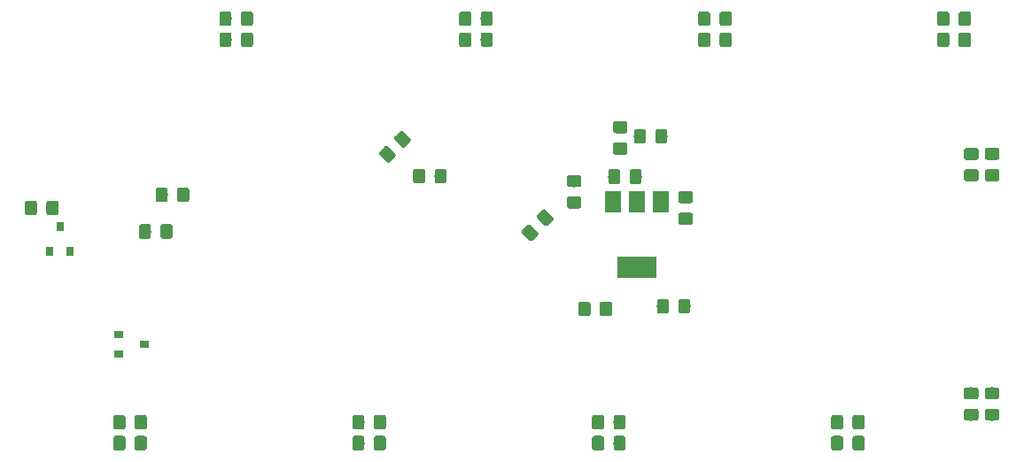
<source format=gbp>
G04 #@! TF.GenerationSoftware,KiCad,Pcbnew,5.0.2+dfsg1-1*
G04 #@! TF.CreationDate,2020-03-15T18:18:09-04:00*
G04 #@! TF.ProjectId,hx4k_pmod,6878346b-5f70-46d6-9f64-2e6b69636164,rev?*
G04 #@! TF.SameCoordinates,Original*
G04 #@! TF.FileFunction,Paste,Bot*
G04 #@! TF.FilePolarity,Positive*
%FSLAX46Y46*%
G04 Gerber Fmt 4.6, Leading zero omitted, Abs format (unit mm)*
G04 Created by KiCad (PCBNEW 5.0.2+dfsg1-1) date Sun 15 Mar 2020 06:18:09 PM EDT*
%MOMM*%
%LPD*%
G01*
G04 APERTURE LIST*
%ADD10R,0.900000X0.800000*%
%ADD11C,0.100000*%
%ADD12C,1.150000*%
%ADD13R,3.800000X2.000000*%
%ADD14R,1.500000X2.000000*%
%ADD15R,0.800000X0.900000*%
G04 APERTURE END LIST*
D10*
G04 #@! TO.C,Q2*
X32500000Y-68950000D03*
X32500000Y-67050000D03*
X34900000Y-68000000D03*
G04 #@! TD*
D11*
G04 #@! TO.C,C23*
G36*
X43024505Y-38151204D02*
X43048773Y-38154804D01*
X43072572Y-38160765D01*
X43095671Y-38169030D01*
X43117850Y-38179520D01*
X43138893Y-38192132D01*
X43158599Y-38206747D01*
X43176777Y-38223223D01*
X43193253Y-38241401D01*
X43207868Y-38261107D01*
X43220480Y-38282150D01*
X43230970Y-38304329D01*
X43239235Y-38327428D01*
X43245196Y-38351227D01*
X43248796Y-38375495D01*
X43250000Y-38399999D01*
X43250000Y-39300001D01*
X43248796Y-39324505D01*
X43245196Y-39348773D01*
X43239235Y-39372572D01*
X43230970Y-39395671D01*
X43220480Y-39417850D01*
X43207868Y-39438893D01*
X43193253Y-39458599D01*
X43176777Y-39476777D01*
X43158599Y-39493253D01*
X43138893Y-39507868D01*
X43117850Y-39520480D01*
X43095671Y-39530970D01*
X43072572Y-39539235D01*
X43048773Y-39545196D01*
X43024505Y-39548796D01*
X43000001Y-39550000D01*
X42349999Y-39550000D01*
X42325495Y-39548796D01*
X42301227Y-39545196D01*
X42277428Y-39539235D01*
X42254329Y-39530970D01*
X42232150Y-39520480D01*
X42211107Y-39507868D01*
X42191401Y-39493253D01*
X42173223Y-39476777D01*
X42156747Y-39458599D01*
X42142132Y-39438893D01*
X42129520Y-39417850D01*
X42119030Y-39395671D01*
X42110765Y-39372572D01*
X42104804Y-39348773D01*
X42101204Y-39324505D01*
X42100000Y-39300001D01*
X42100000Y-38399999D01*
X42101204Y-38375495D01*
X42104804Y-38351227D01*
X42110765Y-38327428D01*
X42119030Y-38304329D01*
X42129520Y-38282150D01*
X42142132Y-38261107D01*
X42156747Y-38241401D01*
X42173223Y-38223223D01*
X42191401Y-38206747D01*
X42211107Y-38192132D01*
X42232150Y-38179520D01*
X42254329Y-38169030D01*
X42277428Y-38160765D01*
X42301227Y-38154804D01*
X42325495Y-38151204D01*
X42349999Y-38150000D01*
X43000001Y-38150000D01*
X43024505Y-38151204D01*
X43024505Y-38151204D01*
G37*
D12*
X42675000Y-38850000D03*
D11*
G36*
X45074505Y-38151204D02*
X45098773Y-38154804D01*
X45122572Y-38160765D01*
X45145671Y-38169030D01*
X45167850Y-38179520D01*
X45188893Y-38192132D01*
X45208599Y-38206747D01*
X45226777Y-38223223D01*
X45243253Y-38241401D01*
X45257868Y-38261107D01*
X45270480Y-38282150D01*
X45280970Y-38304329D01*
X45289235Y-38327428D01*
X45295196Y-38351227D01*
X45298796Y-38375495D01*
X45300000Y-38399999D01*
X45300000Y-39300001D01*
X45298796Y-39324505D01*
X45295196Y-39348773D01*
X45289235Y-39372572D01*
X45280970Y-39395671D01*
X45270480Y-39417850D01*
X45257868Y-39438893D01*
X45243253Y-39458599D01*
X45226777Y-39476777D01*
X45208599Y-39493253D01*
X45188893Y-39507868D01*
X45167850Y-39520480D01*
X45145671Y-39530970D01*
X45122572Y-39539235D01*
X45098773Y-39545196D01*
X45074505Y-39548796D01*
X45050001Y-39550000D01*
X44399999Y-39550000D01*
X44375495Y-39548796D01*
X44351227Y-39545196D01*
X44327428Y-39539235D01*
X44304329Y-39530970D01*
X44282150Y-39520480D01*
X44261107Y-39507868D01*
X44241401Y-39493253D01*
X44223223Y-39476777D01*
X44206747Y-39458599D01*
X44192132Y-39438893D01*
X44179520Y-39417850D01*
X44169030Y-39395671D01*
X44160765Y-39372572D01*
X44154804Y-39348773D01*
X44151204Y-39324505D01*
X44150000Y-39300001D01*
X44150000Y-38399999D01*
X44151204Y-38375495D01*
X44154804Y-38351227D01*
X44160765Y-38327428D01*
X44169030Y-38304329D01*
X44179520Y-38282150D01*
X44192132Y-38261107D01*
X44206747Y-38241401D01*
X44223223Y-38223223D01*
X44241401Y-38206747D01*
X44261107Y-38192132D01*
X44282150Y-38179520D01*
X44304329Y-38169030D01*
X44327428Y-38160765D01*
X44351227Y-38154804D01*
X44375495Y-38151204D01*
X44399999Y-38150000D01*
X45050001Y-38150000D01*
X45074505Y-38151204D01*
X45074505Y-38151204D01*
G37*
D12*
X44725000Y-38850000D03*
G04 #@! TD*
D11*
G04 #@! TO.C,C34*
G36*
X67974505Y-38151204D02*
X67998773Y-38154804D01*
X68022572Y-38160765D01*
X68045671Y-38169030D01*
X68067850Y-38179520D01*
X68088893Y-38192132D01*
X68108599Y-38206747D01*
X68126777Y-38223223D01*
X68143253Y-38241401D01*
X68157868Y-38261107D01*
X68170480Y-38282150D01*
X68180970Y-38304329D01*
X68189235Y-38327428D01*
X68195196Y-38351227D01*
X68198796Y-38375495D01*
X68200000Y-38399999D01*
X68200000Y-39300001D01*
X68198796Y-39324505D01*
X68195196Y-39348773D01*
X68189235Y-39372572D01*
X68180970Y-39395671D01*
X68170480Y-39417850D01*
X68157868Y-39438893D01*
X68143253Y-39458599D01*
X68126777Y-39476777D01*
X68108599Y-39493253D01*
X68088893Y-39507868D01*
X68067850Y-39520480D01*
X68045671Y-39530970D01*
X68022572Y-39539235D01*
X67998773Y-39545196D01*
X67974505Y-39548796D01*
X67950001Y-39550000D01*
X67299999Y-39550000D01*
X67275495Y-39548796D01*
X67251227Y-39545196D01*
X67227428Y-39539235D01*
X67204329Y-39530970D01*
X67182150Y-39520480D01*
X67161107Y-39507868D01*
X67141401Y-39493253D01*
X67123223Y-39476777D01*
X67106747Y-39458599D01*
X67092132Y-39438893D01*
X67079520Y-39417850D01*
X67069030Y-39395671D01*
X67060765Y-39372572D01*
X67054804Y-39348773D01*
X67051204Y-39324505D01*
X67050000Y-39300001D01*
X67050000Y-38399999D01*
X67051204Y-38375495D01*
X67054804Y-38351227D01*
X67060765Y-38327428D01*
X67069030Y-38304329D01*
X67079520Y-38282150D01*
X67092132Y-38261107D01*
X67106747Y-38241401D01*
X67123223Y-38223223D01*
X67141401Y-38206747D01*
X67161107Y-38192132D01*
X67182150Y-38179520D01*
X67204329Y-38169030D01*
X67227428Y-38160765D01*
X67251227Y-38154804D01*
X67275495Y-38151204D01*
X67299999Y-38150000D01*
X67950001Y-38150000D01*
X67974505Y-38151204D01*
X67974505Y-38151204D01*
G37*
D12*
X67625000Y-38850000D03*
D11*
G36*
X65924505Y-38151204D02*
X65948773Y-38154804D01*
X65972572Y-38160765D01*
X65995671Y-38169030D01*
X66017850Y-38179520D01*
X66038893Y-38192132D01*
X66058599Y-38206747D01*
X66076777Y-38223223D01*
X66093253Y-38241401D01*
X66107868Y-38261107D01*
X66120480Y-38282150D01*
X66130970Y-38304329D01*
X66139235Y-38327428D01*
X66145196Y-38351227D01*
X66148796Y-38375495D01*
X66150000Y-38399999D01*
X66150000Y-39300001D01*
X66148796Y-39324505D01*
X66145196Y-39348773D01*
X66139235Y-39372572D01*
X66130970Y-39395671D01*
X66120480Y-39417850D01*
X66107868Y-39438893D01*
X66093253Y-39458599D01*
X66076777Y-39476777D01*
X66058599Y-39493253D01*
X66038893Y-39507868D01*
X66017850Y-39520480D01*
X65995671Y-39530970D01*
X65972572Y-39539235D01*
X65948773Y-39545196D01*
X65924505Y-39548796D01*
X65900001Y-39550000D01*
X65249999Y-39550000D01*
X65225495Y-39548796D01*
X65201227Y-39545196D01*
X65177428Y-39539235D01*
X65154329Y-39530970D01*
X65132150Y-39520480D01*
X65111107Y-39507868D01*
X65091401Y-39493253D01*
X65073223Y-39476777D01*
X65056747Y-39458599D01*
X65042132Y-39438893D01*
X65029520Y-39417850D01*
X65019030Y-39395671D01*
X65010765Y-39372572D01*
X65004804Y-39348773D01*
X65001204Y-39324505D01*
X65000000Y-39300001D01*
X65000000Y-38399999D01*
X65001204Y-38375495D01*
X65004804Y-38351227D01*
X65010765Y-38327428D01*
X65019030Y-38304329D01*
X65029520Y-38282150D01*
X65042132Y-38261107D01*
X65056747Y-38241401D01*
X65073223Y-38223223D01*
X65091401Y-38206747D01*
X65111107Y-38192132D01*
X65132150Y-38179520D01*
X65154329Y-38169030D01*
X65177428Y-38160765D01*
X65201227Y-38154804D01*
X65225495Y-38151204D01*
X65249999Y-38150000D01*
X65900001Y-38150000D01*
X65924505Y-38151204D01*
X65924505Y-38151204D01*
G37*
D12*
X65575000Y-38850000D03*
G04 #@! TD*
D11*
G04 #@! TO.C,C36*
G36*
X88774505Y-38151204D02*
X88798773Y-38154804D01*
X88822572Y-38160765D01*
X88845671Y-38169030D01*
X88867850Y-38179520D01*
X88888893Y-38192132D01*
X88908599Y-38206747D01*
X88926777Y-38223223D01*
X88943253Y-38241401D01*
X88957868Y-38261107D01*
X88970480Y-38282150D01*
X88980970Y-38304329D01*
X88989235Y-38327428D01*
X88995196Y-38351227D01*
X88998796Y-38375495D01*
X89000000Y-38399999D01*
X89000000Y-39300001D01*
X88998796Y-39324505D01*
X88995196Y-39348773D01*
X88989235Y-39372572D01*
X88980970Y-39395671D01*
X88970480Y-39417850D01*
X88957868Y-39438893D01*
X88943253Y-39458599D01*
X88926777Y-39476777D01*
X88908599Y-39493253D01*
X88888893Y-39507868D01*
X88867850Y-39520480D01*
X88845671Y-39530970D01*
X88822572Y-39539235D01*
X88798773Y-39545196D01*
X88774505Y-39548796D01*
X88750001Y-39550000D01*
X88099999Y-39550000D01*
X88075495Y-39548796D01*
X88051227Y-39545196D01*
X88027428Y-39539235D01*
X88004329Y-39530970D01*
X87982150Y-39520480D01*
X87961107Y-39507868D01*
X87941401Y-39493253D01*
X87923223Y-39476777D01*
X87906747Y-39458599D01*
X87892132Y-39438893D01*
X87879520Y-39417850D01*
X87869030Y-39395671D01*
X87860765Y-39372572D01*
X87854804Y-39348773D01*
X87851204Y-39324505D01*
X87850000Y-39300001D01*
X87850000Y-38399999D01*
X87851204Y-38375495D01*
X87854804Y-38351227D01*
X87860765Y-38327428D01*
X87869030Y-38304329D01*
X87879520Y-38282150D01*
X87892132Y-38261107D01*
X87906747Y-38241401D01*
X87923223Y-38223223D01*
X87941401Y-38206747D01*
X87961107Y-38192132D01*
X87982150Y-38179520D01*
X88004329Y-38169030D01*
X88027428Y-38160765D01*
X88051227Y-38154804D01*
X88075495Y-38151204D01*
X88099999Y-38150000D01*
X88750001Y-38150000D01*
X88774505Y-38151204D01*
X88774505Y-38151204D01*
G37*
D12*
X88425000Y-38850000D03*
D11*
G36*
X90824505Y-38151204D02*
X90848773Y-38154804D01*
X90872572Y-38160765D01*
X90895671Y-38169030D01*
X90917850Y-38179520D01*
X90938893Y-38192132D01*
X90958599Y-38206747D01*
X90976777Y-38223223D01*
X90993253Y-38241401D01*
X91007868Y-38261107D01*
X91020480Y-38282150D01*
X91030970Y-38304329D01*
X91039235Y-38327428D01*
X91045196Y-38351227D01*
X91048796Y-38375495D01*
X91050000Y-38399999D01*
X91050000Y-39300001D01*
X91048796Y-39324505D01*
X91045196Y-39348773D01*
X91039235Y-39372572D01*
X91030970Y-39395671D01*
X91020480Y-39417850D01*
X91007868Y-39438893D01*
X90993253Y-39458599D01*
X90976777Y-39476777D01*
X90958599Y-39493253D01*
X90938893Y-39507868D01*
X90917850Y-39520480D01*
X90895671Y-39530970D01*
X90872572Y-39539235D01*
X90848773Y-39545196D01*
X90824505Y-39548796D01*
X90800001Y-39550000D01*
X90149999Y-39550000D01*
X90125495Y-39548796D01*
X90101227Y-39545196D01*
X90077428Y-39539235D01*
X90054329Y-39530970D01*
X90032150Y-39520480D01*
X90011107Y-39507868D01*
X89991401Y-39493253D01*
X89973223Y-39476777D01*
X89956747Y-39458599D01*
X89942132Y-39438893D01*
X89929520Y-39417850D01*
X89919030Y-39395671D01*
X89910765Y-39372572D01*
X89904804Y-39348773D01*
X89901204Y-39324505D01*
X89900000Y-39300001D01*
X89900000Y-38399999D01*
X89901204Y-38375495D01*
X89904804Y-38351227D01*
X89910765Y-38327428D01*
X89919030Y-38304329D01*
X89929520Y-38282150D01*
X89942132Y-38261107D01*
X89956747Y-38241401D01*
X89973223Y-38223223D01*
X89991401Y-38206747D01*
X90011107Y-38192132D01*
X90032150Y-38179520D01*
X90054329Y-38169030D01*
X90077428Y-38160765D01*
X90101227Y-38154804D01*
X90125495Y-38151204D01*
X90149999Y-38150000D01*
X90800001Y-38150000D01*
X90824505Y-38151204D01*
X90824505Y-38151204D01*
G37*
D12*
X90475000Y-38850000D03*
G04 #@! TD*
D11*
G04 #@! TO.C,C38*
G36*
X113674505Y-38151204D02*
X113698773Y-38154804D01*
X113722572Y-38160765D01*
X113745671Y-38169030D01*
X113767850Y-38179520D01*
X113788893Y-38192132D01*
X113808599Y-38206747D01*
X113826777Y-38223223D01*
X113843253Y-38241401D01*
X113857868Y-38261107D01*
X113870480Y-38282150D01*
X113880970Y-38304329D01*
X113889235Y-38327428D01*
X113895196Y-38351227D01*
X113898796Y-38375495D01*
X113900000Y-38399999D01*
X113900000Y-39300001D01*
X113898796Y-39324505D01*
X113895196Y-39348773D01*
X113889235Y-39372572D01*
X113880970Y-39395671D01*
X113870480Y-39417850D01*
X113857868Y-39438893D01*
X113843253Y-39458599D01*
X113826777Y-39476777D01*
X113808599Y-39493253D01*
X113788893Y-39507868D01*
X113767850Y-39520480D01*
X113745671Y-39530970D01*
X113722572Y-39539235D01*
X113698773Y-39545196D01*
X113674505Y-39548796D01*
X113650001Y-39550000D01*
X112999999Y-39550000D01*
X112975495Y-39548796D01*
X112951227Y-39545196D01*
X112927428Y-39539235D01*
X112904329Y-39530970D01*
X112882150Y-39520480D01*
X112861107Y-39507868D01*
X112841401Y-39493253D01*
X112823223Y-39476777D01*
X112806747Y-39458599D01*
X112792132Y-39438893D01*
X112779520Y-39417850D01*
X112769030Y-39395671D01*
X112760765Y-39372572D01*
X112754804Y-39348773D01*
X112751204Y-39324505D01*
X112750000Y-39300001D01*
X112750000Y-38399999D01*
X112751204Y-38375495D01*
X112754804Y-38351227D01*
X112760765Y-38327428D01*
X112769030Y-38304329D01*
X112779520Y-38282150D01*
X112792132Y-38261107D01*
X112806747Y-38241401D01*
X112823223Y-38223223D01*
X112841401Y-38206747D01*
X112861107Y-38192132D01*
X112882150Y-38179520D01*
X112904329Y-38169030D01*
X112927428Y-38160765D01*
X112951227Y-38154804D01*
X112975495Y-38151204D01*
X112999999Y-38150000D01*
X113650001Y-38150000D01*
X113674505Y-38151204D01*
X113674505Y-38151204D01*
G37*
D12*
X113325000Y-38850000D03*
D11*
G36*
X111624505Y-38151204D02*
X111648773Y-38154804D01*
X111672572Y-38160765D01*
X111695671Y-38169030D01*
X111717850Y-38179520D01*
X111738893Y-38192132D01*
X111758599Y-38206747D01*
X111776777Y-38223223D01*
X111793253Y-38241401D01*
X111807868Y-38261107D01*
X111820480Y-38282150D01*
X111830970Y-38304329D01*
X111839235Y-38327428D01*
X111845196Y-38351227D01*
X111848796Y-38375495D01*
X111850000Y-38399999D01*
X111850000Y-39300001D01*
X111848796Y-39324505D01*
X111845196Y-39348773D01*
X111839235Y-39372572D01*
X111830970Y-39395671D01*
X111820480Y-39417850D01*
X111807868Y-39438893D01*
X111793253Y-39458599D01*
X111776777Y-39476777D01*
X111758599Y-39493253D01*
X111738893Y-39507868D01*
X111717850Y-39520480D01*
X111695671Y-39530970D01*
X111672572Y-39539235D01*
X111648773Y-39545196D01*
X111624505Y-39548796D01*
X111600001Y-39550000D01*
X110949999Y-39550000D01*
X110925495Y-39548796D01*
X110901227Y-39545196D01*
X110877428Y-39539235D01*
X110854329Y-39530970D01*
X110832150Y-39520480D01*
X110811107Y-39507868D01*
X110791401Y-39493253D01*
X110773223Y-39476777D01*
X110756747Y-39458599D01*
X110742132Y-39438893D01*
X110729520Y-39417850D01*
X110719030Y-39395671D01*
X110710765Y-39372572D01*
X110704804Y-39348773D01*
X110701204Y-39324505D01*
X110700000Y-39300001D01*
X110700000Y-38399999D01*
X110701204Y-38375495D01*
X110704804Y-38351227D01*
X110710765Y-38327428D01*
X110719030Y-38304329D01*
X110729520Y-38282150D01*
X110742132Y-38261107D01*
X110756747Y-38241401D01*
X110773223Y-38223223D01*
X110791401Y-38206747D01*
X110811107Y-38192132D01*
X110832150Y-38179520D01*
X110854329Y-38169030D01*
X110877428Y-38160765D01*
X110901227Y-38154804D01*
X110925495Y-38151204D01*
X110949999Y-38150000D01*
X111600001Y-38150000D01*
X111624505Y-38151204D01*
X111624505Y-38151204D01*
G37*
D12*
X111275000Y-38850000D03*
G04 #@! TD*
D11*
G04 #@! TO.C,C40*
G36*
X34924505Y-74751204D02*
X34948773Y-74754804D01*
X34972572Y-74760765D01*
X34995671Y-74769030D01*
X35017850Y-74779520D01*
X35038893Y-74792132D01*
X35058599Y-74806747D01*
X35076777Y-74823223D01*
X35093253Y-74841401D01*
X35107868Y-74861107D01*
X35120480Y-74882150D01*
X35130970Y-74904329D01*
X35139235Y-74927428D01*
X35145196Y-74951227D01*
X35148796Y-74975495D01*
X35150000Y-74999999D01*
X35150000Y-75900001D01*
X35148796Y-75924505D01*
X35145196Y-75948773D01*
X35139235Y-75972572D01*
X35130970Y-75995671D01*
X35120480Y-76017850D01*
X35107868Y-76038893D01*
X35093253Y-76058599D01*
X35076777Y-76076777D01*
X35058599Y-76093253D01*
X35038893Y-76107868D01*
X35017850Y-76120480D01*
X34995671Y-76130970D01*
X34972572Y-76139235D01*
X34948773Y-76145196D01*
X34924505Y-76148796D01*
X34900001Y-76150000D01*
X34249999Y-76150000D01*
X34225495Y-76148796D01*
X34201227Y-76145196D01*
X34177428Y-76139235D01*
X34154329Y-76130970D01*
X34132150Y-76120480D01*
X34111107Y-76107868D01*
X34091401Y-76093253D01*
X34073223Y-76076777D01*
X34056747Y-76058599D01*
X34042132Y-76038893D01*
X34029520Y-76017850D01*
X34019030Y-75995671D01*
X34010765Y-75972572D01*
X34004804Y-75948773D01*
X34001204Y-75924505D01*
X34000000Y-75900001D01*
X34000000Y-74999999D01*
X34001204Y-74975495D01*
X34004804Y-74951227D01*
X34010765Y-74927428D01*
X34019030Y-74904329D01*
X34029520Y-74882150D01*
X34042132Y-74861107D01*
X34056747Y-74841401D01*
X34073223Y-74823223D01*
X34091401Y-74806747D01*
X34111107Y-74792132D01*
X34132150Y-74779520D01*
X34154329Y-74769030D01*
X34177428Y-74760765D01*
X34201227Y-74754804D01*
X34225495Y-74751204D01*
X34249999Y-74750000D01*
X34900001Y-74750000D01*
X34924505Y-74751204D01*
X34924505Y-74751204D01*
G37*
D12*
X34575000Y-75450000D03*
D11*
G36*
X32874505Y-74751204D02*
X32898773Y-74754804D01*
X32922572Y-74760765D01*
X32945671Y-74769030D01*
X32967850Y-74779520D01*
X32988893Y-74792132D01*
X33008599Y-74806747D01*
X33026777Y-74823223D01*
X33043253Y-74841401D01*
X33057868Y-74861107D01*
X33070480Y-74882150D01*
X33080970Y-74904329D01*
X33089235Y-74927428D01*
X33095196Y-74951227D01*
X33098796Y-74975495D01*
X33100000Y-74999999D01*
X33100000Y-75900001D01*
X33098796Y-75924505D01*
X33095196Y-75948773D01*
X33089235Y-75972572D01*
X33080970Y-75995671D01*
X33070480Y-76017850D01*
X33057868Y-76038893D01*
X33043253Y-76058599D01*
X33026777Y-76076777D01*
X33008599Y-76093253D01*
X32988893Y-76107868D01*
X32967850Y-76120480D01*
X32945671Y-76130970D01*
X32922572Y-76139235D01*
X32898773Y-76145196D01*
X32874505Y-76148796D01*
X32850001Y-76150000D01*
X32199999Y-76150000D01*
X32175495Y-76148796D01*
X32151227Y-76145196D01*
X32127428Y-76139235D01*
X32104329Y-76130970D01*
X32082150Y-76120480D01*
X32061107Y-76107868D01*
X32041401Y-76093253D01*
X32023223Y-76076777D01*
X32006747Y-76058599D01*
X31992132Y-76038893D01*
X31979520Y-76017850D01*
X31969030Y-75995671D01*
X31960765Y-75972572D01*
X31954804Y-75948773D01*
X31951204Y-75924505D01*
X31950000Y-75900001D01*
X31950000Y-74999999D01*
X31951204Y-74975495D01*
X31954804Y-74951227D01*
X31960765Y-74927428D01*
X31969030Y-74904329D01*
X31979520Y-74882150D01*
X31992132Y-74861107D01*
X32006747Y-74841401D01*
X32023223Y-74823223D01*
X32041401Y-74806747D01*
X32061107Y-74792132D01*
X32082150Y-74779520D01*
X32104329Y-74769030D01*
X32127428Y-74760765D01*
X32151227Y-74754804D01*
X32175495Y-74751204D01*
X32199999Y-74750000D01*
X32850001Y-74750000D01*
X32874505Y-74751204D01*
X32874505Y-74751204D01*
G37*
D12*
X32525000Y-75450000D03*
G04 #@! TD*
D11*
G04 #@! TO.C,C50*
G36*
X114424505Y-51251204D02*
X114448773Y-51254804D01*
X114472572Y-51260765D01*
X114495671Y-51269030D01*
X114517850Y-51279520D01*
X114538893Y-51292132D01*
X114558599Y-51306747D01*
X114576777Y-51323223D01*
X114593253Y-51341401D01*
X114607868Y-51361107D01*
X114620480Y-51382150D01*
X114630970Y-51404329D01*
X114639235Y-51427428D01*
X114645196Y-51451227D01*
X114648796Y-51475495D01*
X114650000Y-51499999D01*
X114650000Y-52150001D01*
X114648796Y-52174505D01*
X114645196Y-52198773D01*
X114639235Y-52222572D01*
X114630970Y-52245671D01*
X114620480Y-52267850D01*
X114607868Y-52288893D01*
X114593253Y-52308599D01*
X114576777Y-52326777D01*
X114558599Y-52343253D01*
X114538893Y-52357868D01*
X114517850Y-52370480D01*
X114495671Y-52380970D01*
X114472572Y-52389235D01*
X114448773Y-52395196D01*
X114424505Y-52398796D01*
X114400001Y-52400000D01*
X113499999Y-52400000D01*
X113475495Y-52398796D01*
X113451227Y-52395196D01*
X113427428Y-52389235D01*
X113404329Y-52380970D01*
X113382150Y-52370480D01*
X113361107Y-52357868D01*
X113341401Y-52343253D01*
X113323223Y-52326777D01*
X113306747Y-52308599D01*
X113292132Y-52288893D01*
X113279520Y-52267850D01*
X113269030Y-52245671D01*
X113260765Y-52222572D01*
X113254804Y-52198773D01*
X113251204Y-52174505D01*
X113250000Y-52150001D01*
X113250000Y-51499999D01*
X113251204Y-51475495D01*
X113254804Y-51451227D01*
X113260765Y-51427428D01*
X113269030Y-51404329D01*
X113279520Y-51382150D01*
X113292132Y-51361107D01*
X113306747Y-51341401D01*
X113323223Y-51323223D01*
X113341401Y-51306747D01*
X113361107Y-51292132D01*
X113382150Y-51279520D01*
X113404329Y-51269030D01*
X113427428Y-51260765D01*
X113451227Y-51254804D01*
X113475495Y-51251204D01*
X113499999Y-51250000D01*
X114400001Y-51250000D01*
X114424505Y-51251204D01*
X114424505Y-51251204D01*
G37*
D12*
X113950000Y-51825000D03*
D11*
G36*
X114424505Y-49201204D02*
X114448773Y-49204804D01*
X114472572Y-49210765D01*
X114495671Y-49219030D01*
X114517850Y-49229520D01*
X114538893Y-49242132D01*
X114558599Y-49256747D01*
X114576777Y-49273223D01*
X114593253Y-49291401D01*
X114607868Y-49311107D01*
X114620480Y-49332150D01*
X114630970Y-49354329D01*
X114639235Y-49377428D01*
X114645196Y-49401227D01*
X114648796Y-49425495D01*
X114650000Y-49449999D01*
X114650000Y-50100001D01*
X114648796Y-50124505D01*
X114645196Y-50148773D01*
X114639235Y-50172572D01*
X114630970Y-50195671D01*
X114620480Y-50217850D01*
X114607868Y-50238893D01*
X114593253Y-50258599D01*
X114576777Y-50276777D01*
X114558599Y-50293253D01*
X114538893Y-50307868D01*
X114517850Y-50320480D01*
X114495671Y-50330970D01*
X114472572Y-50339235D01*
X114448773Y-50345196D01*
X114424505Y-50348796D01*
X114400001Y-50350000D01*
X113499999Y-50350000D01*
X113475495Y-50348796D01*
X113451227Y-50345196D01*
X113427428Y-50339235D01*
X113404329Y-50330970D01*
X113382150Y-50320480D01*
X113361107Y-50307868D01*
X113341401Y-50293253D01*
X113323223Y-50276777D01*
X113306747Y-50258599D01*
X113292132Y-50238893D01*
X113279520Y-50217850D01*
X113269030Y-50195671D01*
X113260765Y-50172572D01*
X113254804Y-50148773D01*
X113251204Y-50124505D01*
X113250000Y-50100001D01*
X113250000Y-49449999D01*
X113251204Y-49425495D01*
X113254804Y-49401227D01*
X113260765Y-49377428D01*
X113269030Y-49354329D01*
X113279520Y-49332150D01*
X113292132Y-49311107D01*
X113306747Y-49291401D01*
X113323223Y-49273223D01*
X113341401Y-49256747D01*
X113361107Y-49242132D01*
X113382150Y-49229520D01*
X113404329Y-49219030D01*
X113427428Y-49210765D01*
X113451227Y-49204804D01*
X113475495Y-49201204D01*
X113499999Y-49200000D01*
X114400001Y-49200000D01*
X114424505Y-49201204D01*
X114424505Y-49201204D01*
G37*
D12*
X113950000Y-49775000D03*
G04 #@! TD*
D11*
G04 #@! TO.C,C42*
G36*
X57774505Y-74751204D02*
X57798773Y-74754804D01*
X57822572Y-74760765D01*
X57845671Y-74769030D01*
X57867850Y-74779520D01*
X57888893Y-74792132D01*
X57908599Y-74806747D01*
X57926777Y-74823223D01*
X57943253Y-74841401D01*
X57957868Y-74861107D01*
X57970480Y-74882150D01*
X57980970Y-74904329D01*
X57989235Y-74927428D01*
X57995196Y-74951227D01*
X57998796Y-74975495D01*
X58000000Y-74999999D01*
X58000000Y-75900001D01*
X57998796Y-75924505D01*
X57995196Y-75948773D01*
X57989235Y-75972572D01*
X57980970Y-75995671D01*
X57970480Y-76017850D01*
X57957868Y-76038893D01*
X57943253Y-76058599D01*
X57926777Y-76076777D01*
X57908599Y-76093253D01*
X57888893Y-76107868D01*
X57867850Y-76120480D01*
X57845671Y-76130970D01*
X57822572Y-76139235D01*
X57798773Y-76145196D01*
X57774505Y-76148796D01*
X57750001Y-76150000D01*
X57099999Y-76150000D01*
X57075495Y-76148796D01*
X57051227Y-76145196D01*
X57027428Y-76139235D01*
X57004329Y-76130970D01*
X56982150Y-76120480D01*
X56961107Y-76107868D01*
X56941401Y-76093253D01*
X56923223Y-76076777D01*
X56906747Y-76058599D01*
X56892132Y-76038893D01*
X56879520Y-76017850D01*
X56869030Y-75995671D01*
X56860765Y-75972572D01*
X56854804Y-75948773D01*
X56851204Y-75924505D01*
X56850000Y-75900001D01*
X56850000Y-74999999D01*
X56851204Y-74975495D01*
X56854804Y-74951227D01*
X56860765Y-74927428D01*
X56869030Y-74904329D01*
X56879520Y-74882150D01*
X56892132Y-74861107D01*
X56906747Y-74841401D01*
X56923223Y-74823223D01*
X56941401Y-74806747D01*
X56961107Y-74792132D01*
X56982150Y-74779520D01*
X57004329Y-74769030D01*
X57027428Y-74760765D01*
X57051227Y-74754804D01*
X57075495Y-74751204D01*
X57099999Y-74750000D01*
X57750001Y-74750000D01*
X57774505Y-74751204D01*
X57774505Y-74751204D01*
G37*
D12*
X57425000Y-75450000D03*
D11*
G36*
X55724505Y-74751204D02*
X55748773Y-74754804D01*
X55772572Y-74760765D01*
X55795671Y-74769030D01*
X55817850Y-74779520D01*
X55838893Y-74792132D01*
X55858599Y-74806747D01*
X55876777Y-74823223D01*
X55893253Y-74841401D01*
X55907868Y-74861107D01*
X55920480Y-74882150D01*
X55930970Y-74904329D01*
X55939235Y-74927428D01*
X55945196Y-74951227D01*
X55948796Y-74975495D01*
X55950000Y-74999999D01*
X55950000Y-75900001D01*
X55948796Y-75924505D01*
X55945196Y-75948773D01*
X55939235Y-75972572D01*
X55930970Y-75995671D01*
X55920480Y-76017850D01*
X55907868Y-76038893D01*
X55893253Y-76058599D01*
X55876777Y-76076777D01*
X55858599Y-76093253D01*
X55838893Y-76107868D01*
X55817850Y-76120480D01*
X55795671Y-76130970D01*
X55772572Y-76139235D01*
X55748773Y-76145196D01*
X55724505Y-76148796D01*
X55700001Y-76150000D01*
X55049999Y-76150000D01*
X55025495Y-76148796D01*
X55001227Y-76145196D01*
X54977428Y-76139235D01*
X54954329Y-76130970D01*
X54932150Y-76120480D01*
X54911107Y-76107868D01*
X54891401Y-76093253D01*
X54873223Y-76076777D01*
X54856747Y-76058599D01*
X54842132Y-76038893D01*
X54829520Y-76017850D01*
X54819030Y-75995671D01*
X54810765Y-75972572D01*
X54804804Y-75948773D01*
X54801204Y-75924505D01*
X54800000Y-75900001D01*
X54800000Y-74999999D01*
X54801204Y-74975495D01*
X54804804Y-74951227D01*
X54810765Y-74927428D01*
X54819030Y-74904329D01*
X54829520Y-74882150D01*
X54842132Y-74861107D01*
X54856747Y-74841401D01*
X54873223Y-74823223D01*
X54891401Y-74806747D01*
X54911107Y-74792132D01*
X54932150Y-74779520D01*
X54954329Y-74769030D01*
X54977428Y-74760765D01*
X55001227Y-74754804D01*
X55025495Y-74751204D01*
X55049999Y-74750000D01*
X55700001Y-74750000D01*
X55724505Y-74751204D01*
X55724505Y-74751204D01*
G37*
D12*
X55375000Y-75450000D03*
G04 #@! TD*
D11*
G04 #@! TO.C,C48*
G36*
X114424505Y-74151204D02*
X114448773Y-74154804D01*
X114472572Y-74160765D01*
X114495671Y-74169030D01*
X114517850Y-74179520D01*
X114538893Y-74192132D01*
X114558599Y-74206747D01*
X114576777Y-74223223D01*
X114593253Y-74241401D01*
X114607868Y-74261107D01*
X114620480Y-74282150D01*
X114630970Y-74304329D01*
X114639235Y-74327428D01*
X114645196Y-74351227D01*
X114648796Y-74375495D01*
X114650000Y-74399999D01*
X114650000Y-75050001D01*
X114648796Y-75074505D01*
X114645196Y-75098773D01*
X114639235Y-75122572D01*
X114630970Y-75145671D01*
X114620480Y-75167850D01*
X114607868Y-75188893D01*
X114593253Y-75208599D01*
X114576777Y-75226777D01*
X114558599Y-75243253D01*
X114538893Y-75257868D01*
X114517850Y-75270480D01*
X114495671Y-75280970D01*
X114472572Y-75289235D01*
X114448773Y-75295196D01*
X114424505Y-75298796D01*
X114400001Y-75300000D01*
X113499999Y-75300000D01*
X113475495Y-75298796D01*
X113451227Y-75295196D01*
X113427428Y-75289235D01*
X113404329Y-75280970D01*
X113382150Y-75270480D01*
X113361107Y-75257868D01*
X113341401Y-75243253D01*
X113323223Y-75226777D01*
X113306747Y-75208599D01*
X113292132Y-75188893D01*
X113279520Y-75167850D01*
X113269030Y-75145671D01*
X113260765Y-75122572D01*
X113254804Y-75098773D01*
X113251204Y-75074505D01*
X113250000Y-75050001D01*
X113250000Y-74399999D01*
X113251204Y-74375495D01*
X113254804Y-74351227D01*
X113260765Y-74327428D01*
X113269030Y-74304329D01*
X113279520Y-74282150D01*
X113292132Y-74261107D01*
X113306747Y-74241401D01*
X113323223Y-74223223D01*
X113341401Y-74206747D01*
X113361107Y-74192132D01*
X113382150Y-74179520D01*
X113404329Y-74169030D01*
X113427428Y-74160765D01*
X113451227Y-74154804D01*
X113475495Y-74151204D01*
X113499999Y-74150000D01*
X114400001Y-74150000D01*
X114424505Y-74151204D01*
X114424505Y-74151204D01*
G37*
D12*
X113950000Y-74725000D03*
D11*
G36*
X114424505Y-72101204D02*
X114448773Y-72104804D01*
X114472572Y-72110765D01*
X114495671Y-72119030D01*
X114517850Y-72129520D01*
X114538893Y-72142132D01*
X114558599Y-72156747D01*
X114576777Y-72173223D01*
X114593253Y-72191401D01*
X114607868Y-72211107D01*
X114620480Y-72232150D01*
X114630970Y-72254329D01*
X114639235Y-72277428D01*
X114645196Y-72301227D01*
X114648796Y-72325495D01*
X114650000Y-72349999D01*
X114650000Y-73000001D01*
X114648796Y-73024505D01*
X114645196Y-73048773D01*
X114639235Y-73072572D01*
X114630970Y-73095671D01*
X114620480Y-73117850D01*
X114607868Y-73138893D01*
X114593253Y-73158599D01*
X114576777Y-73176777D01*
X114558599Y-73193253D01*
X114538893Y-73207868D01*
X114517850Y-73220480D01*
X114495671Y-73230970D01*
X114472572Y-73239235D01*
X114448773Y-73245196D01*
X114424505Y-73248796D01*
X114400001Y-73250000D01*
X113499999Y-73250000D01*
X113475495Y-73248796D01*
X113451227Y-73245196D01*
X113427428Y-73239235D01*
X113404329Y-73230970D01*
X113382150Y-73220480D01*
X113361107Y-73207868D01*
X113341401Y-73193253D01*
X113323223Y-73176777D01*
X113306747Y-73158599D01*
X113292132Y-73138893D01*
X113279520Y-73117850D01*
X113269030Y-73095671D01*
X113260765Y-73072572D01*
X113254804Y-73048773D01*
X113251204Y-73024505D01*
X113250000Y-73000001D01*
X113250000Y-72349999D01*
X113251204Y-72325495D01*
X113254804Y-72301227D01*
X113260765Y-72277428D01*
X113269030Y-72254329D01*
X113279520Y-72232150D01*
X113292132Y-72211107D01*
X113306747Y-72191401D01*
X113323223Y-72173223D01*
X113341401Y-72156747D01*
X113361107Y-72142132D01*
X113382150Y-72129520D01*
X113404329Y-72119030D01*
X113427428Y-72110765D01*
X113451227Y-72104804D01*
X113475495Y-72101204D01*
X113499999Y-72100000D01*
X114400001Y-72100000D01*
X114424505Y-72101204D01*
X114424505Y-72101204D01*
G37*
D12*
X113950000Y-72675000D03*
G04 #@! TD*
D11*
G04 #@! TO.C,C46*
G36*
X103524505Y-74751204D02*
X103548773Y-74754804D01*
X103572572Y-74760765D01*
X103595671Y-74769030D01*
X103617850Y-74779520D01*
X103638893Y-74792132D01*
X103658599Y-74806747D01*
X103676777Y-74823223D01*
X103693253Y-74841401D01*
X103707868Y-74861107D01*
X103720480Y-74882150D01*
X103730970Y-74904329D01*
X103739235Y-74927428D01*
X103745196Y-74951227D01*
X103748796Y-74975495D01*
X103750000Y-74999999D01*
X103750000Y-75900001D01*
X103748796Y-75924505D01*
X103745196Y-75948773D01*
X103739235Y-75972572D01*
X103730970Y-75995671D01*
X103720480Y-76017850D01*
X103707868Y-76038893D01*
X103693253Y-76058599D01*
X103676777Y-76076777D01*
X103658599Y-76093253D01*
X103638893Y-76107868D01*
X103617850Y-76120480D01*
X103595671Y-76130970D01*
X103572572Y-76139235D01*
X103548773Y-76145196D01*
X103524505Y-76148796D01*
X103500001Y-76150000D01*
X102849999Y-76150000D01*
X102825495Y-76148796D01*
X102801227Y-76145196D01*
X102777428Y-76139235D01*
X102754329Y-76130970D01*
X102732150Y-76120480D01*
X102711107Y-76107868D01*
X102691401Y-76093253D01*
X102673223Y-76076777D01*
X102656747Y-76058599D01*
X102642132Y-76038893D01*
X102629520Y-76017850D01*
X102619030Y-75995671D01*
X102610765Y-75972572D01*
X102604804Y-75948773D01*
X102601204Y-75924505D01*
X102600000Y-75900001D01*
X102600000Y-74999999D01*
X102601204Y-74975495D01*
X102604804Y-74951227D01*
X102610765Y-74927428D01*
X102619030Y-74904329D01*
X102629520Y-74882150D01*
X102642132Y-74861107D01*
X102656747Y-74841401D01*
X102673223Y-74823223D01*
X102691401Y-74806747D01*
X102711107Y-74792132D01*
X102732150Y-74779520D01*
X102754329Y-74769030D01*
X102777428Y-74760765D01*
X102801227Y-74754804D01*
X102825495Y-74751204D01*
X102849999Y-74750000D01*
X103500001Y-74750000D01*
X103524505Y-74751204D01*
X103524505Y-74751204D01*
G37*
D12*
X103175000Y-75450000D03*
D11*
G36*
X101474505Y-74751204D02*
X101498773Y-74754804D01*
X101522572Y-74760765D01*
X101545671Y-74769030D01*
X101567850Y-74779520D01*
X101588893Y-74792132D01*
X101608599Y-74806747D01*
X101626777Y-74823223D01*
X101643253Y-74841401D01*
X101657868Y-74861107D01*
X101670480Y-74882150D01*
X101680970Y-74904329D01*
X101689235Y-74927428D01*
X101695196Y-74951227D01*
X101698796Y-74975495D01*
X101700000Y-74999999D01*
X101700000Y-75900001D01*
X101698796Y-75924505D01*
X101695196Y-75948773D01*
X101689235Y-75972572D01*
X101680970Y-75995671D01*
X101670480Y-76017850D01*
X101657868Y-76038893D01*
X101643253Y-76058599D01*
X101626777Y-76076777D01*
X101608599Y-76093253D01*
X101588893Y-76107868D01*
X101567850Y-76120480D01*
X101545671Y-76130970D01*
X101522572Y-76139235D01*
X101498773Y-76145196D01*
X101474505Y-76148796D01*
X101450001Y-76150000D01*
X100799999Y-76150000D01*
X100775495Y-76148796D01*
X100751227Y-76145196D01*
X100727428Y-76139235D01*
X100704329Y-76130970D01*
X100682150Y-76120480D01*
X100661107Y-76107868D01*
X100641401Y-76093253D01*
X100623223Y-76076777D01*
X100606747Y-76058599D01*
X100592132Y-76038893D01*
X100579520Y-76017850D01*
X100569030Y-75995671D01*
X100560765Y-75972572D01*
X100554804Y-75948773D01*
X100551204Y-75924505D01*
X100550000Y-75900001D01*
X100550000Y-74999999D01*
X100551204Y-74975495D01*
X100554804Y-74951227D01*
X100560765Y-74927428D01*
X100569030Y-74904329D01*
X100579520Y-74882150D01*
X100592132Y-74861107D01*
X100606747Y-74841401D01*
X100623223Y-74823223D01*
X100641401Y-74806747D01*
X100661107Y-74792132D01*
X100682150Y-74779520D01*
X100704329Y-74769030D01*
X100727428Y-74760765D01*
X100751227Y-74754804D01*
X100775495Y-74751204D01*
X100799999Y-74750000D01*
X101450001Y-74750000D01*
X101474505Y-74751204D01*
X101474505Y-74751204D01*
G37*
D12*
X101125000Y-75450000D03*
G04 #@! TD*
D11*
G04 #@! TO.C,C44*
G36*
X78624505Y-74751204D02*
X78648773Y-74754804D01*
X78672572Y-74760765D01*
X78695671Y-74769030D01*
X78717850Y-74779520D01*
X78738893Y-74792132D01*
X78758599Y-74806747D01*
X78776777Y-74823223D01*
X78793253Y-74841401D01*
X78807868Y-74861107D01*
X78820480Y-74882150D01*
X78830970Y-74904329D01*
X78839235Y-74927428D01*
X78845196Y-74951227D01*
X78848796Y-74975495D01*
X78850000Y-74999999D01*
X78850000Y-75900001D01*
X78848796Y-75924505D01*
X78845196Y-75948773D01*
X78839235Y-75972572D01*
X78830970Y-75995671D01*
X78820480Y-76017850D01*
X78807868Y-76038893D01*
X78793253Y-76058599D01*
X78776777Y-76076777D01*
X78758599Y-76093253D01*
X78738893Y-76107868D01*
X78717850Y-76120480D01*
X78695671Y-76130970D01*
X78672572Y-76139235D01*
X78648773Y-76145196D01*
X78624505Y-76148796D01*
X78600001Y-76150000D01*
X77949999Y-76150000D01*
X77925495Y-76148796D01*
X77901227Y-76145196D01*
X77877428Y-76139235D01*
X77854329Y-76130970D01*
X77832150Y-76120480D01*
X77811107Y-76107868D01*
X77791401Y-76093253D01*
X77773223Y-76076777D01*
X77756747Y-76058599D01*
X77742132Y-76038893D01*
X77729520Y-76017850D01*
X77719030Y-75995671D01*
X77710765Y-75972572D01*
X77704804Y-75948773D01*
X77701204Y-75924505D01*
X77700000Y-75900001D01*
X77700000Y-74999999D01*
X77701204Y-74975495D01*
X77704804Y-74951227D01*
X77710765Y-74927428D01*
X77719030Y-74904329D01*
X77729520Y-74882150D01*
X77742132Y-74861107D01*
X77756747Y-74841401D01*
X77773223Y-74823223D01*
X77791401Y-74806747D01*
X77811107Y-74792132D01*
X77832150Y-74779520D01*
X77854329Y-74769030D01*
X77877428Y-74760765D01*
X77901227Y-74754804D01*
X77925495Y-74751204D01*
X77949999Y-74750000D01*
X78600001Y-74750000D01*
X78624505Y-74751204D01*
X78624505Y-74751204D01*
G37*
D12*
X78275000Y-75450000D03*
D11*
G36*
X80674505Y-74751204D02*
X80698773Y-74754804D01*
X80722572Y-74760765D01*
X80745671Y-74769030D01*
X80767850Y-74779520D01*
X80788893Y-74792132D01*
X80808599Y-74806747D01*
X80826777Y-74823223D01*
X80843253Y-74841401D01*
X80857868Y-74861107D01*
X80870480Y-74882150D01*
X80880970Y-74904329D01*
X80889235Y-74927428D01*
X80895196Y-74951227D01*
X80898796Y-74975495D01*
X80900000Y-74999999D01*
X80900000Y-75900001D01*
X80898796Y-75924505D01*
X80895196Y-75948773D01*
X80889235Y-75972572D01*
X80880970Y-75995671D01*
X80870480Y-76017850D01*
X80857868Y-76038893D01*
X80843253Y-76058599D01*
X80826777Y-76076777D01*
X80808599Y-76093253D01*
X80788893Y-76107868D01*
X80767850Y-76120480D01*
X80745671Y-76130970D01*
X80722572Y-76139235D01*
X80698773Y-76145196D01*
X80674505Y-76148796D01*
X80650001Y-76150000D01*
X79999999Y-76150000D01*
X79975495Y-76148796D01*
X79951227Y-76145196D01*
X79927428Y-76139235D01*
X79904329Y-76130970D01*
X79882150Y-76120480D01*
X79861107Y-76107868D01*
X79841401Y-76093253D01*
X79823223Y-76076777D01*
X79806747Y-76058599D01*
X79792132Y-76038893D01*
X79779520Y-76017850D01*
X79769030Y-75995671D01*
X79760765Y-75972572D01*
X79754804Y-75948773D01*
X79751204Y-75924505D01*
X79750000Y-75900001D01*
X79750000Y-74999999D01*
X79751204Y-74975495D01*
X79754804Y-74951227D01*
X79760765Y-74927428D01*
X79769030Y-74904329D01*
X79779520Y-74882150D01*
X79792132Y-74861107D01*
X79806747Y-74841401D01*
X79823223Y-74823223D01*
X79841401Y-74806747D01*
X79861107Y-74792132D01*
X79882150Y-74779520D01*
X79904329Y-74769030D01*
X79927428Y-74760765D01*
X79951227Y-74754804D01*
X79975495Y-74751204D01*
X79999999Y-74750000D01*
X80650001Y-74750000D01*
X80674505Y-74751204D01*
X80674505Y-74751204D01*
G37*
D12*
X80325000Y-75450000D03*
G04 #@! TD*
D11*
G04 #@! TO.C,C49*
G36*
X116424505Y-72101204D02*
X116448773Y-72104804D01*
X116472572Y-72110765D01*
X116495671Y-72119030D01*
X116517850Y-72129520D01*
X116538893Y-72142132D01*
X116558599Y-72156747D01*
X116576777Y-72173223D01*
X116593253Y-72191401D01*
X116607868Y-72211107D01*
X116620480Y-72232150D01*
X116630970Y-72254329D01*
X116639235Y-72277428D01*
X116645196Y-72301227D01*
X116648796Y-72325495D01*
X116650000Y-72349999D01*
X116650000Y-73000001D01*
X116648796Y-73024505D01*
X116645196Y-73048773D01*
X116639235Y-73072572D01*
X116630970Y-73095671D01*
X116620480Y-73117850D01*
X116607868Y-73138893D01*
X116593253Y-73158599D01*
X116576777Y-73176777D01*
X116558599Y-73193253D01*
X116538893Y-73207868D01*
X116517850Y-73220480D01*
X116495671Y-73230970D01*
X116472572Y-73239235D01*
X116448773Y-73245196D01*
X116424505Y-73248796D01*
X116400001Y-73250000D01*
X115499999Y-73250000D01*
X115475495Y-73248796D01*
X115451227Y-73245196D01*
X115427428Y-73239235D01*
X115404329Y-73230970D01*
X115382150Y-73220480D01*
X115361107Y-73207868D01*
X115341401Y-73193253D01*
X115323223Y-73176777D01*
X115306747Y-73158599D01*
X115292132Y-73138893D01*
X115279520Y-73117850D01*
X115269030Y-73095671D01*
X115260765Y-73072572D01*
X115254804Y-73048773D01*
X115251204Y-73024505D01*
X115250000Y-73000001D01*
X115250000Y-72349999D01*
X115251204Y-72325495D01*
X115254804Y-72301227D01*
X115260765Y-72277428D01*
X115269030Y-72254329D01*
X115279520Y-72232150D01*
X115292132Y-72211107D01*
X115306747Y-72191401D01*
X115323223Y-72173223D01*
X115341401Y-72156747D01*
X115361107Y-72142132D01*
X115382150Y-72129520D01*
X115404329Y-72119030D01*
X115427428Y-72110765D01*
X115451227Y-72104804D01*
X115475495Y-72101204D01*
X115499999Y-72100000D01*
X116400001Y-72100000D01*
X116424505Y-72101204D01*
X116424505Y-72101204D01*
G37*
D12*
X115950000Y-72675000D03*
D11*
G36*
X116424505Y-74151204D02*
X116448773Y-74154804D01*
X116472572Y-74160765D01*
X116495671Y-74169030D01*
X116517850Y-74179520D01*
X116538893Y-74192132D01*
X116558599Y-74206747D01*
X116576777Y-74223223D01*
X116593253Y-74241401D01*
X116607868Y-74261107D01*
X116620480Y-74282150D01*
X116630970Y-74304329D01*
X116639235Y-74327428D01*
X116645196Y-74351227D01*
X116648796Y-74375495D01*
X116650000Y-74399999D01*
X116650000Y-75050001D01*
X116648796Y-75074505D01*
X116645196Y-75098773D01*
X116639235Y-75122572D01*
X116630970Y-75145671D01*
X116620480Y-75167850D01*
X116607868Y-75188893D01*
X116593253Y-75208599D01*
X116576777Y-75226777D01*
X116558599Y-75243253D01*
X116538893Y-75257868D01*
X116517850Y-75270480D01*
X116495671Y-75280970D01*
X116472572Y-75289235D01*
X116448773Y-75295196D01*
X116424505Y-75298796D01*
X116400001Y-75300000D01*
X115499999Y-75300000D01*
X115475495Y-75298796D01*
X115451227Y-75295196D01*
X115427428Y-75289235D01*
X115404329Y-75280970D01*
X115382150Y-75270480D01*
X115361107Y-75257868D01*
X115341401Y-75243253D01*
X115323223Y-75226777D01*
X115306747Y-75208599D01*
X115292132Y-75188893D01*
X115279520Y-75167850D01*
X115269030Y-75145671D01*
X115260765Y-75122572D01*
X115254804Y-75098773D01*
X115251204Y-75074505D01*
X115250000Y-75050001D01*
X115250000Y-74399999D01*
X115251204Y-74375495D01*
X115254804Y-74351227D01*
X115260765Y-74327428D01*
X115269030Y-74304329D01*
X115279520Y-74282150D01*
X115292132Y-74261107D01*
X115306747Y-74241401D01*
X115323223Y-74223223D01*
X115341401Y-74206747D01*
X115361107Y-74192132D01*
X115382150Y-74179520D01*
X115404329Y-74169030D01*
X115427428Y-74160765D01*
X115451227Y-74154804D01*
X115475495Y-74151204D01*
X115499999Y-74150000D01*
X116400001Y-74150000D01*
X116424505Y-74151204D01*
X116424505Y-74151204D01*
G37*
D12*
X115950000Y-74725000D03*
G04 #@! TD*
D11*
G04 #@! TO.C,C51*
G36*
X116424505Y-49201204D02*
X116448773Y-49204804D01*
X116472572Y-49210765D01*
X116495671Y-49219030D01*
X116517850Y-49229520D01*
X116538893Y-49242132D01*
X116558599Y-49256747D01*
X116576777Y-49273223D01*
X116593253Y-49291401D01*
X116607868Y-49311107D01*
X116620480Y-49332150D01*
X116630970Y-49354329D01*
X116639235Y-49377428D01*
X116645196Y-49401227D01*
X116648796Y-49425495D01*
X116650000Y-49449999D01*
X116650000Y-50100001D01*
X116648796Y-50124505D01*
X116645196Y-50148773D01*
X116639235Y-50172572D01*
X116630970Y-50195671D01*
X116620480Y-50217850D01*
X116607868Y-50238893D01*
X116593253Y-50258599D01*
X116576777Y-50276777D01*
X116558599Y-50293253D01*
X116538893Y-50307868D01*
X116517850Y-50320480D01*
X116495671Y-50330970D01*
X116472572Y-50339235D01*
X116448773Y-50345196D01*
X116424505Y-50348796D01*
X116400001Y-50350000D01*
X115499999Y-50350000D01*
X115475495Y-50348796D01*
X115451227Y-50345196D01*
X115427428Y-50339235D01*
X115404329Y-50330970D01*
X115382150Y-50320480D01*
X115361107Y-50307868D01*
X115341401Y-50293253D01*
X115323223Y-50276777D01*
X115306747Y-50258599D01*
X115292132Y-50238893D01*
X115279520Y-50217850D01*
X115269030Y-50195671D01*
X115260765Y-50172572D01*
X115254804Y-50148773D01*
X115251204Y-50124505D01*
X115250000Y-50100001D01*
X115250000Y-49449999D01*
X115251204Y-49425495D01*
X115254804Y-49401227D01*
X115260765Y-49377428D01*
X115269030Y-49354329D01*
X115279520Y-49332150D01*
X115292132Y-49311107D01*
X115306747Y-49291401D01*
X115323223Y-49273223D01*
X115341401Y-49256747D01*
X115361107Y-49242132D01*
X115382150Y-49229520D01*
X115404329Y-49219030D01*
X115427428Y-49210765D01*
X115451227Y-49204804D01*
X115475495Y-49201204D01*
X115499999Y-49200000D01*
X116400001Y-49200000D01*
X116424505Y-49201204D01*
X116424505Y-49201204D01*
G37*
D12*
X115950000Y-49775000D03*
D11*
G36*
X116424505Y-51251204D02*
X116448773Y-51254804D01*
X116472572Y-51260765D01*
X116495671Y-51269030D01*
X116517850Y-51279520D01*
X116538893Y-51292132D01*
X116558599Y-51306747D01*
X116576777Y-51323223D01*
X116593253Y-51341401D01*
X116607868Y-51361107D01*
X116620480Y-51382150D01*
X116630970Y-51404329D01*
X116639235Y-51427428D01*
X116645196Y-51451227D01*
X116648796Y-51475495D01*
X116650000Y-51499999D01*
X116650000Y-52150001D01*
X116648796Y-52174505D01*
X116645196Y-52198773D01*
X116639235Y-52222572D01*
X116630970Y-52245671D01*
X116620480Y-52267850D01*
X116607868Y-52288893D01*
X116593253Y-52308599D01*
X116576777Y-52326777D01*
X116558599Y-52343253D01*
X116538893Y-52357868D01*
X116517850Y-52370480D01*
X116495671Y-52380970D01*
X116472572Y-52389235D01*
X116448773Y-52395196D01*
X116424505Y-52398796D01*
X116400001Y-52400000D01*
X115499999Y-52400000D01*
X115475495Y-52398796D01*
X115451227Y-52395196D01*
X115427428Y-52389235D01*
X115404329Y-52380970D01*
X115382150Y-52370480D01*
X115361107Y-52357868D01*
X115341401Y-52343253D01*
X115323223Y-52326777D01*
X115306747Y-52308599D01*
X115292132Y-52288893D01*
X115279520Y-52267850D01*
X115269030Y-52245671D01*
X115260765Y-52222572D01*
X115254804Y-52198773D01*
X115251204Y-52174505D01*
X115250000Y-52150001D01*
X115250000Y-51499999D01*
X115251204Y-51475495D01*
X115254804Y-51451227D01*
X115260765Y-51427428D01*
X115269030Y-51404329D01*
X115279520Y-51382150D01*
X115292132Y-51361107D01*
X115306747Y-51341401D01*
X115323223Y-51323223D01*
X115341401Y-51306747D01*
X115361107Y-51292132D01*
X115382150Y-51279520D01*
X115404329Y-51269030D01*
X115427428Y-51260765D01*
X115451227Y-51254804D01*
X115475495Y-51251204D01*
X115499999Y-51250000D01*
X116400001Y-51250000D01*
X116424505Y-51251204D01*
X116424505Y-51251204D01*
G37*
D12*
X115950000Y-51825000D03*
G04 #@! TD*
D11*
G04 #@! TO.C,C47*
G36*
X101474505Y-76751204D02*
X101498773Y-76754804D01*
X101522572Y-76760765D01*
X101545671Y-76769030D01*
X101567850Y-76779520D01*
X101588893Y-76792132D01*
X101608599Y-76806747D01*
X101626777Y-76823223D01*
X101643253Y-76841401D01*
X101657868Y-76861107D01*
X101670480Y-76882150D01*
X101680970Y-76904329D01*
X101689235Y-76927428D01*
X101695196Y-76951227D01*
X101698796Y-76975495D01*
X101700000Y-76999999D01*
X101700000Y-77900001D01*
X101698796Y-77924505D01*
X101695196Y-77948773D01*
X101689235Y-77972572D01*
X101680970Y-77995671D01*
X101670480Y-78017850D01*
X101657868Y-78038893D01*
X101643253Y-78058599D01*
X101626777Y-78076777D01*
X101608599Y-78093253D01*
X101588893Y-78107868D01*
X101567850Y-78120480D01*
X101545671Y-78130970D01*
X101522572Y-78139235D01*
X101498773Y-78145196D01*
X101474505Y-78148796D01*
X101450001Y-78150000D01*
X100799999Y-78150000D01*
X100775495Y-78148796D01*
X100751227Y-78145196D01*
X100727428Y-78139235D01*
X100704329Y-78130970D01*
X100682150Y-78120480D01*
X100661107Y-78107868D01*
X100641401Y-78093253D01*
X100623223Y-78076777D01*
X100606747Y-78058599D01*
X100592132Y-78038893D01*
X100579520Y-78017850D01*
X100569030Y-77995671D01*
X100560765Y-77972572D01*
X100554804Y-77948773D01*
X100551204Y-77924505D01*
X100550000Y-77900001D01*
X100550000Y-76999999D01*
X100551204Y-76975495D01*
X100554804Y-76951227D01*
X100560765Y-76927428D01*
X100569030Y-76904329D01*
X100579520Y-76882150D01*
X100592132Y-76861107D01*
X100606747Y-76841401D01*
X100623223Y-76823223D01*
X100641401Y-76806747D01*
X100661107Y-76792132D01*
X100682150Y-76779520D01*
X100704329Y-76769030D01*
X100727428Y-76760765D01*
X100751227Y-76754804D01*
X100775495Y-76751204D01*
X100799999Y-76750000D01*
X101450001Y-76750000D01*
X101474505Y-76751204D01*
X101474505Y-76751204D01*
G37*
D12*
X101125000Y-77450000D03*
D11*
G36*
X103524505Y-76751204D02*
X103548773Y-76754804D01*
X103572572Y-76760765D01*
X103595671Y-76769030D01*
X103617850Y-76779520D01*
X103638893Y-76792132D01*
X103658599Y-76806747D01*
X103676777Y-76823223D01*
X103693253Y-76841401D01*
X103707868Y-76861107D01*
X103720480Y-76882150D01*
X103730970Y-76904329D01*
X103739235Y-76927428D01*
X103745196Y-76951227D01*
X103748796Y-76975495D01*
X103750000Y-76999999D01*
X103750000Y-77900001D01*
X103748796Y-77924505D01*
X103745196Y-77948773D01*
X103739235Y-77972572D01*
X103730970Y-77995671D01*
X103720480Y-78017850D01*
X103707868Y-78038893D01*
X103693253Y-78058599D01*
X103676777Y-78076777D01*
X103658599Y-78093253D01*
X103638893Y-78107868D01*
X103617850Y-78120480D01*
X103595671Y-78130970D01*
X103572572Y-78139235D01*
X103548773Y-78145196D01*
X103524505Y-78148796D01*
X103500001Y-78150000D01*
X102849999Y-78150000D01*
X102825495Y-78148796D01*
X102801227Y-78145196D01*
X102777428Y-78139235D01*
X102754329Y-78130970D01*
X102732150Y-78120480D01*
X102711107Y-78107868D01*
X102691401Y-78093253D01*
X102673223Y-78076777D01*
X102656747Y-78058599D01*
X102642132Y-78038893D01*
X102629520Y-78017850D01*
X102619030Y-77995671D01*
X102610765Y-77972572D01*
X102604804Y-77948773D01*
X102601204Y-77924505D01*
X102600000Y-77900001D01*
X102600000Y-76999999D01*
X102601204Y-76975495D01*
X102604804Y-76951227D01*
X102610765Y-76927428D01*
X102619030Y-76904329D01*
X102629520Y-76882150D01*
X102642132Y-76861107D01*
X102656747Y-76841401D01*
X102673223Y-76823223D01*
X102691401Y-76806747D01*
X102711107Y-76792132D01*
X102732150Y-76779520D01*
X102754329Y-76769030D01*
X102777428Y-76760765D01*
X102801227Y-76754804D01*
X102825495Y-76751204D01*
X102849999Y-76750000D01*
X103500001Y-76750000D01*
X103524505Y-76751204D01*
X103524505Y-76751204D01*
G37*
D12*
X103175000Y-77450000D03*
G04 #@! TD*
D11*
G04 #@! TO.C,C32*
G36*
X26474505Y-54251204D02*
X26498773Y-54254804D01*
X26522572Y-54260765D01*
X26545671Y-54269030D01*
X26567850Y-54279520D01*
X26588893Y-54292132D01*
X26608599Y-54306747D01*
X26626777Y-54323223D01*
X26643253Y-54341401D01*
X26657868Y-54361107D01*
X26670480Y-54382150D01*
X26680970Y-54404329D01*
X26689235Y-54427428D01*
X26695196Y-54451227D01*
X26698796Y-54475495D01*
X26700000Y-54499999D01*
X26700000Y-55400001D01*
X26698796Y-55424505D01*
X26695196Y-55448773D01*
X26689235Y-55472572D01*
X26680970Y-55495671D01*
X26670480Y-55517850D01*
X26657868Y-55538893D01*
X26643253Y-55558599D01*
X26626777Y-55576777D01*
X26608599Y-55593253D01*
X26588893Y-55607868D01*
X26567850Y-55620480D01*
X26545671Y-55630970D01*
X26522572Y-55639235D01*
X26498773Y-55645196D01*
X26474505Y-55648796D01*
X26450001Y-55650000D01*
X25799999Y-55650000D01*
X25775495Y-55648796D01*
X25751227Y-55645196D01*
X25727428Y-55639235D01*
X25704329Y-55630970D01*
X25682150Y-55620480D01*
X25661107Y-55607868D01*
X25641401Y-55593253D01*
X25623223Y-55576777D01*
X25606747Y-55558599D01*
X25592132Y-55538893D01*
X25579520Y-55517850D01*
X25569030Y-55495671D01*
X25560765Y-55472572D01*
X25554804Y-55448773D01*
X25551204Y-55424505D01*
X25550000Y-55400001D01*
X25550000Y-54499999D01*
X25551204Y-54475495D01*
X25554804Y-54451227D01*
X25560765Y-54427428D01*
X25569030Y-54404329D01*
X25579520Y-54382150D01*
X25592132Y-54361107D01*
X25606747Y-54341401D01*
X25623223Y-54323223D01*
X25641401Y-54306747D01*
X25661107Y-54292132D01*
X25682150Y-54279520D01*
X25704329Y-54269030D01*
X25727428Y-54260765D01*
X25751227Y-54254804D01*
X25775495Y-54251204D01*
X25799999Y-54250000D01*
X26450001Y-54250000D01*
X26474505Y-54251204D01*
X26474505Y-54251204D01*
G37*
D12*
X26125000Y-54950000D03*
D11*
G36*
X24424505Y-54251204D02*
X24448773Y-54254804D01*
X24472572Y-54260765D01*
X24495671Y-54269030D01*
X24517850Y-54279520D01*
X24538893Y-54292132D01*
X24558599Y-54306747D01*
X24576777Y-54323223D01*
X24593253Y-54341401D01*
X24607868Y-54361107D01*
X24620480Y-54382150D01*
X24630970Y-54404329D01*
X24639235Y-54427428D01*
X24645196Y-54451227D01*
X24648796Y-54475495D01*
X24650000Y-54499999D01*
X24650000Y-55400001D01*
X24648796Y-55424505D01*
X24645196Y-55448773D01*
X24639235Y-55472572D01*
X24630970Y-55495671D01*
X24620480Y-55517850D01*
X24607868Y-55538893D01*
X24593253Y-55558599D01*
X24576777Y-55576777D01*
X24558599Y-55593253D01*
X24538893Y-55607868D01*
X24517850Y-55620480D01*
X24495671Y-55630970D01*
X24472572Y-55639235D01*
X24448773Y-55645196D01*
X24424505Y-55648796D01*
X24400001Y-55650000D01*
X23749999Y-55650000D01*
X23725495Y-55648796D01*
X23701227Y-55645196D01*
X23677428Y-55639235D01*
X23654329Y-55630970D01*
X23632150Y-55620480D01*
X23611107Y-55607868D01*
X23591401Y-55593253D01*
X23573223Y-55576777D01*
X23556747Y-55558599D01*
X23542132Y-55538893D01*
X23529520Y-55517850D01*
X23519030Y-55495671D01*
X23510765Y-55472572D01*
X23504804Y-55448773D01*
X23501204Y-55424505D01*
X23500000Y-55400001D01*
X23500000Y-54499999D01*
X23501204Y-54475495D01*
X23504804Y-54451227D01*
X23510765Y-54427428D01*
X23519030Y-54404329D01*
X23529520Y-54382150D01*
X23542132Y-54361107D01*
X23556747Y-54341401D01*
X23573223Y-54323223D01*
X23591401Y-54306747D01*
X23611107Y-54292132D01*
X23632150Y-54279520D01*
X23654329Y-54269030D01*
X23677428Y-54260765D01*
X23701227Y-54254804D01*
X23725495Y-54251204D01*
X23749999Y-54250000D01*
X24400001Y-54250000D01*
X24424505Y-54251204D01*
X24424505Y-54251204D01*
G37*
D12*
X24075000Y-54950000D03*
G04 #@! TD*
D11*
G04 #@! TO.C,C37*
G36*
X90824505Y-36151204D02*
X90848773Y-36154804D01*
X90872572Y-36160765D01*
X90895671Y-36169030D01*
X90917850Y-36179520D01*
X90938893Y-36192132D01*
X90958599Y-36206747D01*
X90976777Y-36223223D01*
X90993253Y-36241401D01*
X91007868Y-36261107D01*
X91020480Y-36282150D01*
X91030970Y-36304329D01*
X91039235Y-36327428D01*
X91045196Y-36351227D01*
X91048796Y-36375495D01*
X91050000Y-36399999D01*
X91050000Y-37300001D01*
X91048796Y-37324505D01*
X91045196Y-37348773D01*
X91039235Y-37372572D01*
X91030970Y-37395671D01*
X91020480Y-37417850D01*
X91007868Y-37438893D01*
X90993253Y-37458599D01*
X90976777Y-37476777D01*
X90958599Y-37493253D01*
X90938893Y-37507868D01*
X90917850Y-37520480D01*
X90895671Y-37530970D01*
X90872572Y-37539235D01*
X90848773Y-37545196D01*
X90824505Y-37548796D01*
X90800001Y-37550000D01*
X90149999Y-37550000D01*
X90125495Y-37548796D01*
X90101227Y-37545196D01*
X90077428Y-37539235D01*
X90054329Y-37530970D01*
X90032150Y-37520480D01*
X90011107Y-37507868D01*
X89991401Y-37493253D01*
X89973223Y-37476777D01*
X89956747Y-37458599D01*
X89942132Y-37438893D01*
X89929520Y-37417850D01*
X89919030Y-37395671D01*
X89910765Y-37372572D01*
X89904804Y-37348773D01*
X89901204Y-37324505D01*
X89900000Y-37300001D01*
X89900000Y-36399999D01*
X89901204Y-36375495D01*
X89904804Y-36351227D01*
X89910765Y-36327428D01*
X89919030Y-36304329D01*
X89929520Y-36282150D01*
X89942132Y-36261107D01*
X89956747Y-36241401D01*
X89973223Y-36223223D01*
X89991401Y-36206747D01*
X90011107Y-36192132D01*
X90032150Y-36179520D01*
X90054329Y-36169030D01*
X90077428Y-36160765D01*
X90101227Y-36154804D01*
X90125495Y-36151204D01*
X90149999Y-36150000D01*
X90800001Y-36150000D01*
X90824505Y-36151204D01*
X90824505Y-36151204D01*
G37*
D12*
X90475000Y-36850000D03*
D11*
G36*
X88774505Y-36151204D02*
X88798773Y-36154804D01*
X88822572Y-36160765D01*
X88845671Y-36169030D01*
X88867850Y-36179520D01*
X88888893Y-36192132D01*
X88908599Y-36206747D01*
X88926777Y-36223223D01*
X88943253Y-36241401D01*
X88957868Y-36261107D01*
X88970480Y-36282150D01*
X88980970Y-36304329D01*
X88989235Y-36327428D01*
X88995196Y-36351227D01*
X88998796Y-36375495D01*
X89000000Y-36399999D01*
X89000000Y-37300001D01*
X88998796Y-37324505D01*
X88995196Y-37348773D01*
X88989235Y-37372572D01*
X88980970Y-37395671D01*
X88970480Y-37417850D01*
X88957868Y-37438893D01*
X88943253Y-37458599D01*
X88926777Y-37476777D01*
X88908599Y-37493253D01*
X88888893Y-37507868D01*
X88867850Y-37520480D01*
X88845671Y-37530970D01*
X88822572Y-37539235D01*
X88798773Y-37545196D01*
X88774505Y-37548796D01*
X88750001Y-37550000D01*
X88099999Y-37550000D01*
X88075495Y-37548796D01*
X88051227Y-37545196D01*
X88027428Y-37539235D01*
X88004329Y-37530970D01*
X87982150Y-37520480D01*
X87961107Y-37507868D01*
X87941401Y-37493253D01*
X87923223Y-37476777D01*
X87906747Y-37458599D01*
X87892132Y-37438893D01*
X87879520Y-37417850D01*
X87869030Y-37395671D01*
X87860765Y-37372572D01*
X87854804Y-37348773D01*
X87851204Y-37324505D01*
X87850000Y-37300001D01*
X87850000Y-36399999D01*
X87851204Y-36375495D01*
X87854804Y-36351227D01*
X87860765Y-36327428D01*
X87869030Y-36304329D01*
X87879520Y-36282150D01*
X87892132Y-36261107D01*
X87906747Y-36241401D01*
X87923223Y-36223223D01*
X87941401Y-36206747D01*
X87961107Y-36192132D01*
X87982150Y-36179520D01*
X88004329Y-36169030D01*
X88027428Y-36160765D01*
X88051227Y-36154804D01*
X88075495Y-36151204D01*
X88099999Y-36150000D01*
X88750001Y-36150000D01*
X88774505Y-36151204D01*
X88774505Y-36151204D01*
G37*
D12*
X88425000Y-36850000D03*
G04 #@! TD*
D11*
G04 #@! TO.C,C35*
G36*
X67974505Y-36151204D02*
X67998773Y-36154804D01*
X68022572Y-36160765D01*
X68045671Y-36169030D01*
X68067850Y-36179520D01*
X68088893Y-36192132D01*
X68108599Y-36206747D01*
X68126777Y-36223223D01*
X68143253Y-36241401D01*
X68157868Y-36261107D01*
X68170480Y-36282150D01*
X68180970Y-36304329D01*
X68189235Y-36327428D01*
X68195196Y-36351227D01*
X68198796Y-36375495D01*
X68200000Y-36399999D01*
X68200000Y-37300001D01*
X68198796Y-37324505D01*
X68195196Y-37348773D01*
X68189235Y-37372572D01*
X68180970Y-37395671D01*
X68170480Y-37417850D01*
X68157868Y-37438893D01*
X68143253Y-37458599D01*
X68126777Y-37476777D01*
X68108599Y-37493253D01*
X68088893Y-37507868D01*
X68067850Y-37520480D01*
X68045671Y-37530970D01*
X68022572Y-37539235D01*
X67998773Y-37545196D01*
X67974505Y-37548796D01*
X67950001Y-37550000D01*
X67299999Y-37550000D01*
X67275495Y-37548796D01*
X67251227Y-37545196D01*
X67227428Y-37539235D01*
X67204329Y-37530970D01*
X67182150Y-37520480D01*
X67161107Y-37507868D01*
X67141401Y-37493253D01*
X67123223Y-37476777D01*
X67106747Y-37458599D01*
X67092132Y-37438893D01*
X67079520Y-37417850D01*
X67069030Y-37395671D01*
X67060765Y-37372572D01*
X67054804Y-37348773D01*
X67051204Y-37324505D01*
X67050000Y-37300001D01*
X67050000Y-36399999D01*
X67051204Y-36375495D01*
X67054804Y-36351227D01*
X67060765Y-36327428D01*
X67069030Y-36304329D01*
X67079520Y-36282150D01*
X67092132Y-36261107D01*
X67106747Y-36241401D01*
X67123223Y-36223223D01*
X67141401Y-36206747D01*
X67161107Y-36192132D01*
X67182150Y-36179520D01*
X67204329Y-36169030D01*
X67227428Y-36160765D01*
X67251227Y-36154804D01*
X67275495Y-36151204D01*
X67299999Y-36150000D01*
X67950001Y-36150000D01*
X67974505Y-36151204D01*
X67974505Y-36151204D01*
G37*
D12*
X67625000Y-36850000D03*
D11*
G36*
X65924505Y-36151204D02*
X65948773Y-36154804D01*
X65972572Y-36160765D01*
X65995671Y-36169030D01*
X66017850Y-36179520D01*
X66038893Y-36192132D01*
X66058599Y-36206747D01*
X66076777Y-36223223D01*
X66093253Y-36241401D01*
X66107868Y-36261107D01*
X66120480Y-36282150D01*
X66130970Y-36304329D01*
X66139235Y-36327428D01*
X66145196Y-36351227D01*
X66148796Y-36375495D01*
X66150000Y-36399999D01*
X66150000Y-37300001D01*
X66148796Y-37324505D01*
X66145196Y-37348773D01*
X66139235Y-37372572D01*
X66130970Y-37395671D01*
X66120480Y-37417850D01*
X66107868Y-37438893D01*
X66093253Y-37458599D01*
X66076777Y-37476777D01*
X66058599Y-37493253D01*
X66038893Y-37507868D01*
X66017850Y-37520480D01*
X65995671Y-37530970D01*
X65972572Y-37539235D01*
X65948773Y-37545196D01*
X65924505Y-37548796D01*
X65900001Y-37550000D01*
X65249999Y-37550000D01*
X65225495Y-37548796D01*
X65201227Y-37545196D01*
X65177428Y-37539235D01*
X65154329Y-37530970D01*
X65132150Y-37520480D01*
X65111107Y-37507868D01*
X65091401Y-37493253D01*
X65073223Y-37476777D01*
X65056747Y-37458599D01*
X65042132Y-37438893D01*
X65029520Y-37417850D01*
X65019030Y-37395671D01*
X65010765Y-37372572D01*
X65004804Y-37348773D01*
X65001204Y-37324505D01*
X65000000Y-37300001D01*
X65000000Y-36399999D01*
X65001204Y-36375495D01*
X65004804Y-36351227D01*
X65010765Y-36327428D01*
X65019030Y-36304329D01*
X65029520Y-36282150D01*
X65042132Y-36261107D01*
X65056747Y-36241401D01*
X65073223Y-36223223D01*
X65091401Y-36206747D01*
X65111107Y-36192132D01*
X65132150Y-36179520D01*
X65154329Y-36169030D01*
X65177428Y-36160765D01*
X65201227Y-36154804D01*
X65225495Y-36151204D01*
X65249999Y-36150000D01*
X65900001Y-36150000D01*
X65924505Y-36151204D01*
X65924505Y-36151204D01*
G37*
D12*
X65575000Y-36850000D03*
G04 #@! TD*
D11*
G04 #@! TO.C,C45*
G36*
X78624505Y-76751204D02*
X78648773Y-76754804D01*
X78672572Y-76760765D01*
X78695671Y-76769030D01*
X78717850Y-76779520D01*
X78738893Y-76792132D01*
X78758599Y-76806747D01*
X78776777Y-76823223D01*
X78793253Y-76841401D01*
X78807868Y-76861107D01*
X78820480Y-76882150D01*
X78830970Y-76904329D01*
X78839235Y-76927428D01*
X78845196Y-76951227D01*
X78848796Y-76975495D01*
X78850000Y-76999999D01*
X78850000Y-77900001D01*
X78848796Y-77924505D01*
X78845196Y-77948773D01*
X78839235Y-77972572D01*
X78830970Y-77995671D01*
X78820480Y-78017850D01*
X78807868Y-78038893D01*
X78793253Y-78058599D01*
X78776777Y-78076777D01*
X78758599Y-78093253D01*
X78738893Y-78107868D01*
X78717850Y-78120480D01*
X78695671Y-78130970D01*
X78672572Y-78139235D01*
X78648773Y-78145196D01*
X78624505Y-78148796D01*
X78600001Y-78150000D01*
X77949999Y-78150000D01*
X77925495Y-78148796D01*
X77901227Y-78145196D01*
X77877428Y-78139235D01*
X77854329Y-78130970D01*
X77832150Y-78120480D01*
X77811107Y-78107868D01*
X77791401Y-78093253D01*
X77773223Y-78076777D01*
X77756747Y-78058599D01*
X77742132Y-78038893D01*
X77729520Y-78017850D01*
X77719030Y-77995671D01*
X77710765Y-77972572D01*
X77704804Y-77948773D01*
X77701204Y-77924505D01*
X77700000Y-77900001D01*
X77700000Y-76999999D01*
X77701204Y-76975495D01*
X77704804Y-76951227D01*
X77710765Y-76927428D01*
X77719030Y-76904329D01*
X77729520Y-76882150D01*
X77742132Y-76861107D01*
X77756747Y-76841401D01*
X77773223Y-76823223D01*
X77791401Y-76806747D01*
X77811107Y-76792132D01*
X77832150Y-76779520D01*
X77854329Y-76769030D01*
X77877428Y-76760765D01*
X77901227Y-76754804D01*
X77925495Y-76751204D01*
X77949999Y-76750000D01*
X78600001Y-76750000D01*
X78624505Y-76751204D01*
X78624505Y-76751204D01*
G37*
D12*
X78275000Y-77450000D03*
D11*
G36*
X80674505Y-76751204D02*
X80698773Y-76754804D01*
X80722572Y-76760765D01*
X80745671Y-76769030D01*
X80767850Y-76779520D01*
X80788893Y-76792132D01*
X80808599Y-76806747D01*
X80826777Y-76823223D01*
X80843253Y-76841401D01*
X80857868Y-76861107D01*
X80870480Y-76882150D01*
X80880970Y-76904329D01*
X80889235Y-76927428D01*
X80895196Y-76951227D01*
X80898796Y-76975495D01*
X80900000Y-76999999D01*
X80900000Y-77900001D01*
X80898796Y-77924505D01*
X80895196Y-77948773D01*
X80889235Y-77972572D01*
X80880970Y-77995671D01*
X80870480Y-78017850D01*
X80857868Y-78038893D01*
X80843253Y-78058599D01*
X80826777Y-78076777D01*
X80808599Y-78093253D01*
X80788893Y-78107868D01*
X80767850Y-78120480D01*
X80745671Y-78130970D01*
X80722572Y-78139235D01*
X80698773Y-78145196D01*
X80674505Y-78148796D01*
X80650001Y-78150000D01*
X79999999Y-78150000D01*
X79975495Y-78148796D01*
X79951227Y-78145196D01*
X79927428Y-78139235D01*
X79904329Y-78130970D01*
X79882150Y-78120480D01*
X79861107Y-78107868D01*
X79841401Y-78093253D01*
X79823223Y-78076777D01*
X79806747Y-78058599D01*
X79792132Y-78038893D01*
X79779520Y-78017850D01*
X79769030Y-77995671D01*
X79760765Y-77972572D01*
X79754804Y-77948773D01*
X79751204Y-77924505D01*
X79750000Y-77900001D01*
X79750000Y-76999999D01*
X79751204Y-76975495D01*
X79754804Y-76951227D01*
X79760765Y-76927428D01*
X79769030Y-76904329D01*
X79779520Y-76882150D01*
X79792132Y-76861107D01*
X79806747Y-76841401D01*
X79823223Y-76823223D01*
X79841401Y-76806747D01*
X79861107Y-76792132D01*
X79882150Y-76779520D01*
X79904329Y-76769030D01*
X79927428Y-76760765D01*
X79951227Y-76754804D01*
X79975495Y-76751204D01*
X79999999Y-76750000D01*
X80650001Y-76750000D01*
X80674505Y-76751204D01*
X80674505Y-76751204D01*
G37*
D12*
X80325000Y-77450000D03*
G04 #@! TD*
D11*
G04 #@! TO.C,C43*
G36*
X55724505Y-76751204D02*
X55748773Y-76754804D01*
X55772572Y-76760765D01*
X55795671Y-76769030D01*
X55817850Y-76779520D01*
X55838893Y-76792132D01*
X55858599Y-76806747D01*
X55876777Y-76823223D01*
X55893253Y-76841401D01*
X55907868Y-76861107D01*
X55920480Y-76882150D01*
X55930970Y-76904329D01*
X55939235Y-76927428D01*
X55945196Y-76951227D01*
X55948796Y-76975495D01*
X55950000Y-76999999D01*
X55950000Y-77900001D01*
X55948796Y-77924505D01*
X55945196Y-77948773D01*
X55939235Y-77972572D01*
X55930970Y-77995671D01*
X55920480Y-78017850D01*
X55907868Y-78038893D01*
X55893253Y-78058599D01*
X55876777Y-78076777D01*
X55858599Y-78093253D01*
X55838893Y-78107868D01*
X55817850Y-78120480D01*
X55795671Y-78130970D01*
X55772572Y-78139235D01*
X55748773Y-78145196D01*
X55724505Y-78148796D01*
X55700001Y-78150000D01*
X55049999Y-78150000D01*
X55025495Y-78148796D01*
X55001227Y-78145196D01*
X54977428Y-78139235D01*
X54954329Y-78130970D01*
X54932150Y-78120480D01*
X54911107Y-78107868D01*
X54891401Y-78093253D01*
X54873223Y-78076777D01*
X54856747Y-78058599D01*
X54842132Y-78038893D01*
X54829520Y-78017850D01*
X54819030Y-77995671D01*
X54810765Y-77972572D01*
X54804804Y-77948773D01*
X54801204Y-77924505D01*
X54800000Y-77900001D01*
X54800000Y-76999999D01*
X54801204Y-76975495D01*
X54804804Y-76951227D01*
X54810765Y-76927428D01*
X54819030Y-76904329D01*
X54829520Y-76882150D01*
X54842132Y-76861107D01*
X54856747Y-76841401D01*
X54873223Y-76823223D01*
X54891401Y-76806747D01*
X54911107Y-76792132D01*
X54932150Y-76779520D01*
X54954329Y-76769030D01*
X54977428Y-76760765D01*
X55001227Y-76754804D01*
X55025495Y-76751204D01*
X55049999Y-76750000D01*
X55700001Y-76750000D01*
X55724505Y-76751204D01*
X55724505Y-76751204D01*
G37*
D12*
X55375000Y-77450000D03*
D11*
G36*
X57774505Y-76751204D02*
X57798773Y-76754804D01*
X57822572Y-76760765D01*
X57845671Y-76769030D01*
X57867850Y-76779520D01*
X57888893Y-76792132D01*
X57908599Y-76806747D01*
X57926777Y-76823223D01*
X57943253Y-76841401D01*
X57957868Y-76861107D01*
X57970480Y-76882150D01*
X57980970Y-76904329D01*
X57989235Y-76927428D01*
X57995196Y-76951227D01*
X57998796Y-76975495D01*
X58000000Y-76999999D01*
X58000000Y-77900001D01*
X57998796Y-77924505D01*
X57995196Y-77948773D01*
X57989235Y-77972572D01*
X57980970Y-77995671D01*
X57970480Y-78017850D01*
X57957868Y-78038893D01*
X57943253Y-78058599D01*
X57926777Y-78076777D01*
X57908599Y-78093253D01*
X57888893Y-78107868D01*
X57867850Y-78120480D01*
X57845671Y-78130970D01*
X57822572Y-78139235D01*
X57798773Y-78145196D01*
X57774505Y-78148796D01*
X57750001Y-78150000D01*
X57099999Y-78150000D01*
X57075495Y-78148796D01*
X57051227Y-78145196D01*
X57027428Y-78139235D01*
X57004329Y-78130970D01*
X56982150Y-78120480D01*
X56961107Y-78107868D01*
X56941401Y-78093253D01*
X56923223Y-78076777D01*
X56906747Y-78058599D01*
X56892132Y-78038893D01*
X56879520Y-78017850D01*
X56869030Y-77995671D01*
X56860765Y-77972572D01*
X56854804Y-77948773D01*
X56851204Y-77924505D01*
X56850000Y-77900001D01*
X56850000Y-76999999D01*
X56851204Y-76975495D01*
X56854804Y-76951227D01*
X56860765Y-76927428D01*
X56869030Y-76904329D01*
X56879520Y-76882150D01*
X56892132Y-76861107D01*
X56906747Y-76841401D01*
X56923223Y-76823223D01*
X56941401Y-76806747D01*
X56961107Y-76792132D01*
X56982150Y-76779520D01*
X57004329Y-76769030D01*
X57027428Y-76760765D01*
X57051227Y-76754804D01*
X57075495Y-76751204D01*
X57099999Y-76750000D01*
X57750001Y-76750000D01*
X57774505Y-76751204D01*
X57774505Y-76751204D01*
G37*
D12*
X57425000Y-77450000D03*
G04 #@! TD*
D11*
G04 #@! TO.C,C41*
G36*
X32874505Y-76751204D02*
X32898773Y-76754804D01*
X32922572Y-76760765D01*
X32945671Y-76769030D01*
X32967850Y-76779520D01*
X32988893Y-76792132D01*
X33008599Y-76806747D01*
X33026777Y-76823223D01*
X33043253Y-76841401D01*
X33057868Y-76861107D01*
X33070480Y-76882150D01*
X33080970Y-76904329D01*
X33089235Y-76927428D01*
X33095196Y-76951227D01*
X33098796Y-76975495D01*
X33100000Y-76999999D01*
X33100000Y-77900001D01*
X33098796Y-77924505D01*
X33095196Y-77948773D01*
X33089235Y-77972572D01*
X33080970Y-77995671D01*
X33070480Y-78017850D01*
X33057868Y-78038893D01*
X33043253Y-78058599D01*
X33026777Y-78076777D01*
X33008599Y-78093253D01*
X32988893Y-78107868D01*
X32967850Y-78120480D01*
X32945671Y-78130970D01*
X32922572Y-78139235D01*
X32898773Y-78145196D01*
X32874505Y-78148796D01*
X32850001Y-78150000D01*
X32199999Y-78150000D01*
X32175495Y-78148796D01*
X32151227Y-78145196D01*
X32127428Y-78139235D01*
X32104329Y-78130970D01*
X32082150Y-78120480D01*
X32061107Y-78107868D01*
X32041401Y-78093253D01*
X32023223Y-78076777D01*
X32006747Y-78058599D01*
X31992132Y-78038893D01*
X31979520Y-78017850D01*
X31969030Y-77995671D01*
X31960765Y-77972572D01*
X31954804Y-77948773D01*
X31951204Y-77924505D01*
X31950000Y-77900001D01*
X31950000Y-76999999D01*
X31951204Y-76975495D01*
X31954804Y-76951227D01*
X31960765Y-76927428D01*
X31969030Y-76904329D01*
X31979520Y-76882150D01*
X31992132Y-76861107D01*
X32006747Y-76841401D01*
X32023223Y-76823223D01*
X32041401Y-76806747D01*
X32061107Y-76792132D01*
X32082150Y-76779520D01*
X32104329Y-76769030D01*
X32127428Y-76760765D01*
X32151227Y-76754804D01*
X32175495Y-76751204D01*
X32199999Y-76750000D01*
X32850001Y-76750000D01*
X32874505Y-76751204D01*
X32874505Y-76751204D01*
G37*
D12*
X32525000Y-77450000D03*
D11*
G36*
X34924505Y-76751204D02*
X34948773Y-76754804D01*
X34972572Y-76760765D01*
X34995671Y-76769030D01*
X35017850Y-76779520D01*
X35038893Y-76792132D01*
X35058599Y-76806747D01*
X35076777Y-76823223D01*
X35093253Y-76841401D01*
X35107868Y-76861107D01*
X35120480Y-76882150D01*
X35130970Y-76904329D01*
X35139235Y-76927428D01*
X35145196Y-76951227D01*
X35148796Y-76975495D01*
X35150000Y-76999999D01*
X35150000Y-77900001D01*
X35148796Y-77924505D01*
X35145196Y-77948773D01*
X35139235Y-77972572D01*
X35130970Y-77995671D01*
X35120480Y-78017850D01*
X35107868Y-78038893D01*
X35093253Y-78058599D01*
X35076777Y-78076777D01*
X35058599Y-78093253D01*
X35038893Y-78107868D01*
X35017850Y-78120480D01*
X34995671Y-78130970D01*
X34972572Y-78139235D01*
X34948773Y-78145196D01*
X34924505Y-78148796D01*
X34900001Y-78150000D01*
X34249999Y-78150000D01*
X34225495Y-78148796D01*
X34201227Y-78145196D01*
X34177428Y-78139235D01*
X34154329Y-78130970D01*
X34132150Y-78120480D01*
X34111107Y-78107868D01*
X34091401Y-78093253D01*
X34073223Y-78076777D01*
X34056747Y-78058599D01*
X34042132Y-78038893D01*
X34029520Y-78017850D01*
X34019030Y-77995671D01*
X34010765Y-77972572D01*
X34004804Y-77948773D01*
X34001204Y-77924505D01*
X34000000Y-77900001D01*
X34000000Y-76999999D01*
X34001204Y-76975495D01*
X34004804Y-76951227D01*
X34010765Y-76927428D01*
X34019030Y-76904329D01*
X34029520Y-76882150D01*
X34042132Y-76861107D01*
X34056747Y-76841401D01*
X34073223Y-76823223D01*
X34091401Y-76806747D01*
X34111107Y-76792132D01*
X34132150Y-76779520D01*
X34154329Y-76769030D01*
X34177428Y-76760765D01*
X34201227Y-76754804D01*
X34225495Y-76751204D01*
X34249999Y-76750000D01*
X34900001Y-76750000D01*
X34924505Y-76751204D01*
X34924505Y-76751204D01*
G37*
D12*
X34575000Y-77450000D03*
G04 #@! TD*
D11*
G04 #@! TO.C,C39*
G36*
X113674505Y-36151204D02*
X113698773Y-36154804D01*
X113722572Y-36160765D01*
X113745671Y-36169030D01*
X113767850Y-36179520D01*
X113788893Y-36192132D01*
X113808599Y-36206747D01*
X113826777Y-36223223D01*
X113843253Y-36241401D01*
X113857868Y-36261107D01*
X113870480Y-36282150D01*
X113880970Y-36304329D01*
X113889235Y-36327428D01*
X113895196Y-36351227D01*
X113898796Y-36375495D01*
X113900000Y-36399999D01*
X113900000Y-37300001D01*
X113898796Y-37324505D01*
X113895196Y-37348773D01*
X113889235Y-37372572D01*
X113880970Y-37395671D01*
X113870480Y-37417850D01*
X113857868Y-37438893D01*
X113843253Y-37458599D01*
X113826777Y-37476777D01*
X113808599Y-37493253D01*
X113788893Y-37507868D01*
X113767850Y-37520480D01*
X113745671Y-37530970D01*
X113722572Y-37539235D01*
X113698773Y-37545196D01*
X113674505Y-37548796D01*
X113650001Y-37550000D01*
X112999999Y-37550000D01*
X112975495Y-37548796D01*
X112951227Y-37545196D01*
X112927428Y-37539235D01*
X112904329Y-37530970D01*
X112882150Y-37520480D01*
X112861107Y-37507868D01*
X112841401Y-37493253D01*
X112823223Y-37476777D01*
X112806747Y-37458599D01*
X112792132Y-37438893D01*
X112779520Y-37417850D01*
X112769030Y-37395671D01*
X112760765Y-37372572D01*
X112754804Y-37348773D01*
X112751204Y-37324505D01*
X112750000Y-37300001D01*
X112750000Y-36399999D01*
X112751204Y-36375495D01*
X112754804Y-36351227D01*
X112760765Y-36327428D01*
X112769030Y-36304329D01*
X112779520Y-36282150D01*
X112792132Y-36261107D01*
X112806747Y-36241401D01*
X112823223Y-36223223D01*
X112841401Y-36206747D01*
X112861107Y-36192132D01*
X112882150Y-36179520D01*
X112904329Y-36169030D01*
X112927428Y-36160765D01*
X112951227Y-36154804D01*
X112975495Y-36151204D01*
X112999999Y-36150000D01*
X113650001Y-36150000D01*
X113674505Y-36151204D01*
X113674505Y-36151204D01*
G37*
D12*
X113325000Y-36850000D03*
D11*
G36*
X111624505Y-36151204D02*
X111648773Y-36154804D01*
X111672572Y-36160765D01*
X111695671Y-36169030D01*
X111717850Y-36179520D01*
X111738893Y-36192132D01*
X111758599Y-36206747D01*
X111776777Y-36223223D01*
X111793253Y-36241401D01*
X111807868Y-36261107D01*
X111820480Y-36282150D01*
X111830970Y-36304329D01*
X111839235Y-36327428D01*
X111845196Y-36351227D01*
X111848796Y-36375495D01*
X111850000Y-36399999D01*
X111850000Y-37300001D01*
X111848796Y-37324505D01*
X111845196Y-37348773D01*
X111839235Y-37372572D01*
X111830970Y-37395671D01*
X111820480Y-37417850D01*
X111807868Y-37438893D01*
X111793253Y-37458599D01*
X111776777Y-37476777D01*
X111758599Y-37493253D01*
X111738893Y-37507868D01*
X111717850Y-37520480D01*
X111695671Y-37530970D01*
X111672572Y-37539235D01*
X111648773Y-37545196D01*
X111624505Y-37548796D01*
X111600001Y-37550000D01*
X110949999Y-37550000D01*
X110925495Y-37548796D01*
X110901227Y-37545196D01*
X110877428Y-37539235D01*
X110854329Y-37530970D01*
X110832150Y-37520480D01*
X110811107Y-37507868D01*
X110791401Y-37493253D01*
X110773223Y-37476777D01*
X110756747Y-37458599D01*
X110742132Y-37438893D01*
X110729520Y-37417850D01*
X110719030Y-37395671D01*
X110710765Y-37372572D01*
X110704804Y-37348773D01*
X110701204Y-37324505D01*
X110700000Y-37300001D01*
X110700000Y-36399999D01*
X110701204Y-36375495D01*
X110704804Y-36351227D01*
X110710765Y-36327428D01*
X110719030Y-36304329D01*
X110729520Y-36282150D01*
X110742132Y-36261107D01*
X110756747Y-36241401D01*
X110773223Y-36223223D01*
X110791401Y-36206747D01*
X110811107Y-36192132D01*
X110832150Y-36179520D01*
X110854329Y-36169030D01*
X110877428Y-36160765D01*
X110901227Y-36154804D01*
X110925495Y-36151204D01*
X110949999Y-36150000D01*
X111600001Y-36150000D01*
X111624505Y-36151204D01*
X111624505Y-36151204D01*
G37*
D12*
X111275000Y-36850000D03*
G04 #@! TD*
D13*
G04 #@! TO.C,U6*
X82000000Y-60650000D03*
D14*
X82000000Y-54350000D03*
X84300000Y-54350000D03*
X79700000Y-54350000D03*
G04 #@! TD*
D11*
G04 #@! TO.C,C11*
G36*
X84674505Y-47401204D02*
X84698773Y-47404804D01*
X84722572Y-47410765D01*
X84745671Y-47419030D01*
X84767850Y-47429520D01*
X84788893Y-47442132D01*
X84808599Y-47456747D01*
X84826777Y-47473223D01*
X84843253Y-47491401D01*
X84857868Y-47511107D01*
X84870480Y-47532150D01*
X84880970Y-47554329D01*
X84889235Y-47577428D01*
X84895196Y-47601227D01*
X84898796Y-47625495D01*
X84900000Y-47649999D01*
X84900000Y-48550001D01*
X84898796Y-48574505D01*
X84895196Y-48598773D01*
X84889235Y-48622572D01*
X84880970Y-48645671D01*
X84870480Y-48667850D01*
X84857868Y-48688893D01*
X84843253Y-48708599D01*
X84826777Y-48726777D01*
X84808599Y-48743253D01*
X84788893Y-48757868D01*
X84767850Y-48770480D01*
X84745671Y-48780970D01*
X84722572Y-48789235D01*
X84698773Y-48795196D01*
X84674505Y-48798796D01*
X84650001Y-48800000D01*
X83999999Y-48800000D01*
X83975495Y-48798796D01*
X83951227Y-48795196D01*
X83927428Y-48789235D01*
X83904329Y-48780970D01*
X83882150Y-48770480D01*
X83861107Y-48757868D01*
X83841401Y-48743253D01*
X83823223Y-48726777D01*
X83806747Y-48708599D01*
X83792132Y-48688893D01*
X83779520Y-48667850D01*
X83769030Y-48645671D01*
X83760765Y-48622572D01*
X83754804Y-48598773D01*
X83751204Y-48574505D01*
X83750000Y-48550001D01*
X83750000Y-47649999D01*
X83751204Y-47625495D01*
X83754804Y-47601227D01*
X83760765Y-47577428D01*
X83769030Y-47554329D01*
X83779520Y-47532150D01*
X83792132Y-47511107D01*
X83806747Y-47491401D01*
X83823223Y-47473223D01*
X83841401Y-47456747D01*
X83861107Y-47442132D01*
X83882150Y-47429520D01*
X83904329Y-47419030D01*
X83927428Y-47410765D01*
X83951227Y-47404804D01*
X83975495Y-47401204D01*
X83999999Y-47400000D01*
X84650001Y-47400000D01*
X84674505Y-47401204D01*
X84674505Y-47401204D01*
G37*
D12*
X84325000Y-48100000D03*
D11*
G36*
X82624505Y-47401204D02*
X82648773Y-47404804D01*
X82672572Y-47410765D01*
X82695671Y-47419030D01*
X82717850Y-47429520D01*
X82738893Y-47442132D01*
X82758599Y-47456747D01*
X82776777Y-47473223D01*
X82793253Y-47491401D01*
X82807868Y-47511107D01*
X82820480Y-47532150D01*
X82830970Y-47554329D01*
X82839235Y-47577428D01*
X82845196Y-47601227D01*
X82848796Y-47625495D01*
X82850000Y-47649999D01*
X82850000Y-48550001D01*
X82848796Y-48574505D01*
X82845196Y-48598773D01*
X82839235Y-48622572D01*
X82830970Y-48645671D01*
X82820480Y-48667850D01*
X82807868Y-48688893D01*
X82793253Y-48708599D01*
X82776777Y-48726777D01*
X82758599Y-48743253D01*
X82738893Y-48757868D01*
X82717850Y-48770480D01*
X82695671Y-48780970D01*
X82672572Y-48789235D01*
X82648773Y-48795196D01*
X82624505Y-48798796D01*
X82600001Y-48800000D01*
X81949999Y-48800000D01*
X81925495Y-48798796D01*
X81901227Y-48795196D01*
X81877428Y-48789235D01*
X81854329Y-48780970D01*
X81832150Y-48770480D01*
X81811107Y-48757868D01*
X81791401Y-48743253D01*
X81773223Y-48726777D01*
X81756747Y-48708599D01*
X81742132Y-48688893D01*
X81729520Y-48667850D01*
X81719030Y-48645671D01*
X81710765Y-48622572D01*
X81704804Y-48598773D01*
X81701204Y-48574505D01*
X81700000Y-48550001D01*
X81700000Y-47649999D01*
X81701204Y-47625495D01*
X81704804Y-47601227D01*
X81710765Y-47577428D01*
X81719030Y-47554329D01*
X81729520Y-47532150D01*
X81742132Y-47511107D01*
X81756747Y-47491401D01*
X81773223Y-47473223D01*
X81791401Y-47456747D01*
X81811107Y-47442132D01*
X81832150Y-47429520D01*
X81854329Y-47419030D01*
X81877428Y-47410765D01*
X81901227Y-47404804D01*
X81925495Y-47401204D01*
X81949999Y-47400000D01*
X82600001Y-47400000D01*
X82624505Y-47401204D01*
X82624505Y-47401204D01*
G37*
D12*
X82275000Y-48100000D03*
G04 #@! TD*
D11*
G04 #@! TO.C,C12*
G36*
X76474505Y-53851204D02*
X76498773Y-53854804D01*
X76522572Y-53860765D01*
X76545671Y-53869030D01*
X76567850Y-53879520D01*
X76588893Y-53892132D01*
X76608599Y-53906747D01*
X76626777Y-53923223D01*
X76643253Y-53941401D01*
X76657868Y-53961107D01*
X76670480Y-53982150D01*
X76680970Y-54004329D01*
X76689235Y-54027428D01*
X76695196Y-54051227D01*
X76698796Y-54075495D01*
X76700000Y-54099999D01*
X76700000Y-54750001D01*
X76698796Y-54774505D01*
X76695196Y-54798773D01*
X76689235Y-54822572D01*
X76680970Y-54845671D01*
X76670480Y-54867850D01*
X76657868Y-54888893D01*
X76643253Y-54908599D01*
X76626777Y-54926777D01*
X76608599Y-54943253D01*
X76588893Y-54957868D01*
X76567850Y-54970480D01*
X76545671Y-54980970D01*
X76522572Y-54989235D01*
X76498773Y-54995196D01*
X76474505Y-54998796D01*
X76450001Y-55000000D01*
X75549999Y-55000000D01*
X75525495Y-54998796D01*
X75501227Y-54995196D01*
X75477428Y-54989235D01*
X75454329Y-54980970D01*
X75432150Y-54970480D01*
X75411107Y-54957868D01*
X75391401Y-54943253D01*
X75373223Y-54926777D01*
X75356747Y-54908599D01*
X75342132Y-54888893D01*
X75329520Y-54867850D01*
X75319030Y-54845671D01*
X75310765Y-54822572D01*
X75304804Y-54798773D01*
X75301204Y-54774505D01*
X75300000Y-54750001D01*
X75300000Y-54099999D01*
X75301204Y-54075495D01*
X75304804Y-54051227D01*
X75310765Y-54027428D01*
X75319030Y-54004329D01*
X75329520Y-53982150D01*
X75342132Y-53961107D01*
X75356747Y-53941401D01*
X75373223Y-53923223D01*
X75391401Y-53906747D01*
X75411107Y-53892132D01*
X75432150Y-53879520D01*
X75454329Y-53869030D01*
X75477428Y-53860765D01*
X75501227Y-53854804D01*
X75525495Y-53851204D01*
X75549999Y-53850000D01*
X76450001Y-53850000D01*
X76474505Y-53851204D01*
X76474505Y-53851204D01*
G37*
D12*
X76000000Y-54425000D03*
D11*
G36*
X76474505Y-51801204D02*
X76498773Y-51804804D01*
X76522572Y-51810765D01*
X76545671Y-51819030D01*
X76567850Y-51829520D01*
X76588893Y-51842132D01*
X76608599Y-51856747D01*
X76626777Y-51873223D01*
X76643253Y-51891401D01*
X76657868Y-51911107D01*
X76670480Y-51932150D01*
X76680970Y-51954329D01*
X76689235Y-51977428D01*
X76695196Y-52001227D01*
X76698796Y-52025495D01*
X76700000Y-52049999D01*
X76700000Y-52700001D01*
X76698796Y-52724505D01*
X76695196Y-52748773D01*
X76689235Y-52772572D01*
X76680970Y-52795671D01*
X76670480Y-52817850D01*
X76657868Y-52838893D01*
X76643253Y-52858599D01*
X76626777Y-52876777D01*
X76608599Y-52893253D01*
X76588893Y-52907868D01*
X76567850Y-52920480D01*
X76545671Y-52930970D01*
X76522572Y-52939235D01*
X76498773Y-52945196D01*
X76474505Y-52948796D01*
X76450001Y-52950000D01*
X75549999Y-52950000D01*
X75525495Y-52948796D01*
X75501227Y-52945196D01*
X75477428Y-52939235D01*
X75454329Y-52930970D01*
X75432150Y-52920480D01*
X75411107Y-52907868D01*
X75391401Y-52893253D01*
X75373223Y-52876777D01*
X75356747Y-52858599D01*
X75342132Y-52838893D01*
X75329520Y-52817850D01*
X75319030Y-52795671D01*
X75310765Y-52772572D01*
X75304804Y-52748773D01*
X75301204Y-52724505D01*
X75300000Y-52700001D01*
X75300000Y-52049999D01*
X75301204Y-52025495D01*
X75304804Y-52001227D01*
X75310765Y-51977428D01*
X75319030Y-51954329D01*
X75329520Y-51932150D01*
X75342132Y-51911107D01*
X75356747Y-51891401D01*
X75373223Y-51873223D01*
X75391401Y-51856747D01*
X75411107Y-51842132D01*
X75432150Y-51829520D01*
X75454329Y-51819030D01*
X75477428Y-51810765D01*
X75501227Y-51804804D01*
X75525495Y-51801204D01*
X75549999Y-51800000D01*
X76450001Y-51800000D01*
X76474505Y-51801204D01*
X76474505Y-51801204D01*
G37*
D12*
X76000000Y-52375000D03*
G04 #@! TD*
D11*
G04 #@! TO.C,C13*
G36*
X80874505Y-46651204D02*
X80898773Y-46654804D01*
X80922572Y-46660765D01*
X80945671Y-46669030D01*
X80967850Y-46679520D01*
X80988893Y-46692132D01*
X81008599Y-46706747D01*
X81026777Y-46723223D01*
X81043253Y-46741401D01*
X81057868Y-46761107D01*
X81070480Y-46782150D01*
X81080970Y-46804329D01*
X81089235Y-46827428D01*
X81095196Y-46851227D01*
X81098796Y-46875495D01*
X81100000Y-46899999D01*
X81100000Y-47550001D01*
X81098796Y-47574505D01*
X81095196Y-47598773D01*
X81089235Y-47622572D01*
X81080970Y-47645671D01*
X81070480Y-47667850D01*
X81057868Y-47688893D01*
X81043253Y-47708599D01*
X81026777Y-47726777D01*
X81008599Y-47743253D01*
X80988893Y-47757868D01*
X80967850Y-47770480D01*
X80945671Y-47780970D01*
X80922572Y-47789235D01*
X80898773Y-47795196D01*
X80874505Y-47798796D01*
X80850001Y-47800000D01*
X79949999Y-47800000D01*
X79925495Y-47798796D01*
X79901227Y-47795196D01*
X79877428Y-47789235D01*
X79854329Y-47780970D01*
X79832150Y-47770480D01*
X79811107Y-47757868D01*
X79791401Y-47743253D01*
X79773223Y-47726777D01*
X79756747Y-47708599D01*
X79742132Y-47688893D01*
X79729520Y-47667850D01*
X79719030Y-47645671D01*
X79710765Y-47622572D01*
X79704804Y-47598773D01*
X79701204Y-47574505D01*
X79700000Y-47550001D01*
X79700000Y-46899999D01*
X79701204Y-46875495D01*
X79704804Y-46851227D01*
X79710765Y-46827428D01*
X79719030Y-46804329D01*
X79729520Y-46782150D01*
X79742132Y-46761107D01*
X79756747Y-46741401D01*
X79773223Y-46723223D01*
X79791401Y-46706747D01*
X79811107Y-46692132D01*
X79832150Y-46679520D01*
X79854329Y-46669030D01*
X79877428Y-46660765D01*
X79901227Y-46654804D01*
X79925495Y-46651204D01*
X79949999Y-46650000D01*
X80850001Y-46650000D01*
X80874505Y-46651204D01*
X80874505Y-46651204D01*
G37*
D12*
X80400000Y-47225000D03*
D11*
G36*
X80874505Y-48701204D02*
X80898773Y-48704804D01*
X80922572Y-48710765D01*
X80945671Y-48719030D01*
X80967850Y-48729520D01*
X80988893Y-48742132D01*
X81008599Y-48756747D01*
X81026777Y-48773223D01*
X81043253Y-48791401D01*
X81057868Y-48811107D01*
X81070480Y-48832150D01*
X81080970Y-48854329D01*
X81089235Y-48877428D01*
X81095196Y-48901227D01*
X81098796Y-48925495D01*
X81100000Y-48949999D01*
X81100000Y-49600001D01*
X81098796Y-49624505D01*
X81095196Y-49648773D01*
X81089235Y-49672572D01*
X81080970Y-49695671D01*
X81070480Y-49717850D01*
X81057868Y-49738893D01*
X81043253Y-49758599D01*
X81026777Y-49776777D01*
X81008599Y-49793253D01*
X80988893Y-49807868D01*
X80967850Y-49820480D01*
X80945671Y-49830970D01*
X80922572Y-49839235D01*
X80898773Y-49845196D01*
X80874505Y-49848796D01*
X80850001Y-49850000D01*
X79949999Y-49850000D01*
X79925495Y-49848796D01*
X79901227Y-49845196D01*
X79877428Y-49839235D01*
X79854329Y-49830970D01*
X79832150Y-49820480D01*
X79811107Y-49807868D01*
X79791401Y-49793253D01*
X79773223Y-49776777D01*
X79756747Y-49758599D01*
X79742132Y-49738893D01*
X79729520Y-49717850D01*
X79719030Y-49695671D01*
X79710765Y-49672572D01*
X79704804Y-49648773D01*
X79701204Y-49624505D01*
X79700000Y-49600001D01*
X79700000Y-48949999D01*
X79701204Y-48925495D01*
X79704804Y-48901227D01*
X79710765Y-48877428D01*
X79719030Y-48854329D01*
X79729520Y-48832150D01*
X79742132Y-48811107D01*
X79756747Y-48791401D01*
X79773223Y-48773223D01*
X79791401Y-48756747D01*
X79811107Y-48742132D01*
X79832150Y-48729520D01*
X79854329Y-48719030D01*
X79877428Y-48710765D01*
X79901227Y-48704804D01*
X79925495Y-48701204D01*
X79949999Y-48700000D01*
X80850001Y-48700000D01*
X80874505Y-48701204D01*
X80874505Y-48701204D01*
G37*
D12*
X80400000Y-49275000D03*
G04 #@! TD*
D11*
G04 #@! TO.C,C14*
G36*
X84824505Y-63651204D02*
X84848773Y-63654804D01*
X84872572Y-63660765D01*
X84895671Y-63669030D01*
X84917850Y-63679520D01*
X84938893Y-63692132D01*
X84958599Y-63706747D01*
X84976777Y-63723223D01*
X84993253Y-63741401D01*
X85007868Y-63761107D01*
X85020480Y-63782150D01*
X85030970Y-63804329D01*
X85039235Y-63827428D01*
X85045196Y-63851227D01*
X85048796Y-63875495D01*
X85050000Y-63899999D01*
X85050000Y-64800001D01*
X85048796Y-64824505D01*
X85045196Y-64848773D01*
X85039235Y-64872572D01*
X85030970Y-64895671D01*
X85020480Y-64917850D01*
X85007868Y-64938893D01*
X84993253Y-64958599D01*
X84976777Y-64976777D01*
X84958599Y-64993253D01*
X84938893Y-65007868D01*
X84917850Y-65020480D01*
X84895671Y-65030970D01*
X84872572Y-65039235D01*
X84848773Y-65045196D01*
X84824505Y-65048796D01*
X84800001Y-65050000D01*
X84149999Y-65050000D01*
X84125495Y-65048796D01*
X84101227Y-65045196D01*
X84077428Y-65039235D01*
X84054329Y-65030970D01*
X84032150Y-65020480D01*
X84011107Y-65007868D01*
X83991401Y-64993253D01*
X83973223Y-64976777D01*
X83956747Y-64958599D01*
X83942132Y-64938893D01*
X83929520Y-64917850D01*
X83919030Y-64895671D01*
X83910765Y-64872572D01*
X83904804Y-64848773D01*
X83901204Y-64824505D01*
X83900000Y-64800001D01*
X83900000Y-63899999D01*
X83901204Y-63875495D01*
X83904804Y-63851227D01*
X83910765Y-63827428D01*
X83919030Y-63804329D01*
X83929520Y-63782150D01*
X83942132Y-63761107D01*
X83956747Y-63741401D01*
X83973223Y-63723223D01*
X83991401Y-63706747D01*
X84011107Y-63692132D01*
X84032150Y-63679520D01*
X84054329Y-63669030D01*
X84077428Y-63660765D01*
X84101227Y-63654804D01*
X84125495Y-63651204D01*
X84149999Y-63650000D01*
X84800001Y-63650000D01*
X84824505Y-63651204D01*
X84824505Y-63651204D01*
G37*
D12*
X84475000Y-64350000D03*
D11*
G36*
X86874505Y-63651204D02*
X86898773Y-63654804D01*
X86922572Y-63660765D01*
X86945671Y-63669030D01*
X86967850Y-63679520D01*
X86988893Y-63692132D01*
X87008599Y-63706747D01*
X87026777Y-63723223D01*
X87043253Y-63741401D01*
X87057868Y-63761107D01*
X87070480Y-63782150D01*
X87080970Y-63804329D01*
X87089235Y-63827428D01*
X87095196Y-63851227D01*
X87098796Y-63875495D01*
X87100000Y-63899999D01*
X87100000Y-64800001D01*
X87098796Y-64824505D01*
X87095196Y-64848773D01*
X87089235Y-64872572D01*
X87080970Y-64895671D01*
X87070480Y-64917850D01*
X87057868Y-64938893D01*
X87043253Y-64958599D01*
X87026777Y-64976777D01*
X87008599Y-64993253D01*
X86988893Y-65007868D01*
X86967850Y-65020480D01*
X86945671Y-65030970D01*
X86922572Y-65039235D01*
X86898773Y-65045196D01*
X86874505Y-65048796D01*
X86850001Y-65050000D01*
X86199999Y-65050000D01*
X86175495Y-65048796D01*
X86151227Y-65045196D01*
X86127428Y-65039235D01*
X86104329Y-65030970D01*
X86082150Y-65020480D01*
X86061107Y-65007868D01*
X86041401Y-64993253D01*
X86023223Y-64976777D01*
X86006747Y-64958599D01*
X85992132Y-64938893D01*
X85979520Y-64917850D01*
X85969030Y-64895671D01*
X85960765Y-64872572D01*
X85954804Y-64848773D01*
X85951204Y-64824505D01*
X85950000Y-64800001D01*
X85950000Y-63899999D01*
X85951204Y-63875495D01*
X85954804Y-63851227D01*
X85960765Y-63827428D01*
X85969030Y-63804329D01*
X85979520Y-63782150D01*
X85992132Y-63761107D01*
X86006747Y-63741401D01*
X86023223Y-63723223D01*
X86041401Y-63706747D01*
X86061107Y-63692132D01*
X86082150Y-63679520D01*
X86104329Y-63669030D01*
X86127428Y-63660765D01*
X86151227Y-63654804D01*
X86175495Y-63651204D01*
X86199999Y-63650000D01*
X86850001Y-63650000D01*
X86874505Y-63651204D01*
X86874505Y-63651204D01*
G37*
D12*
X86525000Y-64350000D03*
G04 #@! TD*
D11*
G04 #@! TO.C,C18*
G36*
X71711332Y-56527980D02*
X71735600Y-56531580D01*
X71759399Y-56537541D01*
X71782498Y-56545806D01*
X71804677Y-56556296D01*
X71825720Y-56568908D01*
X71845426Y-56583523D01*
X71863604Y-56599999D01*
X72500001Y-57236396D01*
X72516477Y-57254574D01*
X72531092Y-57274280D01*
X72543704Y-57295323D01*
X72554194Y-57317502D01*
X72562459Y-57340601D01*
X72568420Y-57364400D01*
X72572020Y-57388668D01*
X72573224Y-57413172D01*
X72572020Y-57437676D01*
X72568420Y-57461944D01*
X72562459Y-57485743D01*
X72554194Y-57508842D01*
X72543704Y-57531021D01*
X72531092Y-57552064D01*
X72516477Y-57571770D01*
X72500001Y-57589948D01*
X72040380Y-58049569D01*
X72022202Y-58066045D01*
X72002496Y-58080660D01*
X71981453Y-58093272D01*
X71959274Y-58103762D01*
X71936175Y-58112027D01*
X71912376Y-58117988D01*
X71888108Y-58121588D01*
X71863604Y-58122792D01*
X71839100Y-58121588D01*
X71814832Y-58117988D01*
X71791033Y-58112027D01*
X71767934Y-58103762D01*
X71745755Y-58093272D01*
X71724712Y-58080660D01*
X71705006Y-58066045D01*
X71686828Y-58049569D01*
X71050431Y-57413172D01*
X71033955Y-57394994D01*
X71019340Y-57375288D01*
X71006728Y-57354245D01*
X70996238Y-57332066D01*
X70987973Y-57308967D01*
X70982012Y-57285168D01*
X70978412Y-57260900D01*
X70977208Y-57236396D01*
X70978412Y-57211892D01*
X70982012Y-57187624D01*
X70987973Y-57163825D01*
X70996238Y-57140726D01*
X71006728Y-57118547D01*
X71019340Y-57097504D01*
X71033955Y-57077798D01*
X71050431Y-57059620D01*
X71510052Y-56599999D01*
X71528230Y-56583523D01*
X71547936Y-56568908D01*
X71568979Y-56556296D01*
X71591158Y-56545806D01*
X71614257Y-56537541D01*
X71638056Y-56531580D01*
X71662324Y-56527980D01*
X71686828Y-56526776D01*
X71711332Y-56527980D01*
X71711332Y-56527980D01*
G37*
D12*
X71775216Y-57324784D03*
D11*
G36*
X73160900Y-55078412D02*
X73185168Y-55082012D01*
X73208967Y-55087973D01*
X73232066Y-55096238D01*
X73254245Y-55106728D01*
X73275288Y-55119340D01*
X73294994Y-55133955D01*
X73313172Y-55150431D01*
X73949569Y-55786828D01*
X73966045Y-55805006D01*
X73980660Y-55824712D01*
X73993272Y-55845755D01*
X74003762Y-55867934D01*
X74012027Y-55891033D01*
X74017988Y-55914832D01*
X74021588Y-55939100D01*
X74022792Y-55963604D01*
X74021588Y-55988108D01*
X74017988Y-56012376D01*
X74012027Y-56036175D01*
X74003762Y-56059274D01*
X73993272Y-56081453D01*
X73980660Y-56102496D01*
X73966045Y-56122202D01*
X73949569Y-56140380D01*
X73489948Y-56600001D01*
X73471770Y-56616477D01*
X73452064Y-56631092D01*
X73431021Y-56643704D01*
X73408842Y-56654194D01*
X73385743Y-56662459D01*
X73361944Y-56668420D01*
X73337676Y-56672020D01*
X73313172Y-56673224D01*
X73288668Y-56672020D01*
X73264400Y-56668420D01*
X73240601Y-56662459D01*
X73217502Y-56654194D01*
X73195323Y-56643704D01*
X73174280Y-56631092D01*
X73154574Y-56616477D01*
X73136396Y-56600001D01*
X72499999Y-55963604D01*
X72483523Y-55945426D01*
X72468908Y-55925720D01*
X72456296Y-55904677D01*
X72445806Y-55882498D01*
X72437541Y-55859399D01*
X72431580Y-55835600D01*
X72427980Y-55811332D01*
X72426776Y-55786828D01*
X72427980Y-55762324D01*
X72431580Y-55738056D01*
X72437541Y-55714257D01*
X72445806Y-55691158D01*
X72456296Y-55668979D01*
X72468908Y-55647936D01*
X72483523Y-55628230D01*
X72499999Y-55610052D01*
X72959620Y-55150431D01*
X72977798Y-55133955D01*
X72997504Y-55119340D01*
X73018547Y-55106728D01*
X73040726Y-55096238D01*
X73063825Y-55087973D01*
X73087624Y-55082012D01*
X73111892Y-55078412D01*
X73136396Y-55077208D01*
X73160900Y-55078412D01*
X73160900Y-55078412D01*
G37*
D12*
X73224784Y-55875216D03*
G04 #@! TD*
D11*
G04 #@! TO.C,C10*
G36*
X79374505Y-63901204D02*
X79398773Y-63904804D01*
X79422572Y-63910765D01*
X79445671Y-63919030D01*
X79467850Y-63929520D01*
X79488893Y-63942132D01*
X79508599Y-63956747D01*
X79526777Y-63973223D01*
X79543253Y-63991401D01*
X79557868Y-64011107D01*
X79570480Y-64032150D01*
X79580970Y-64054329D01*
X79589235Y-64077428D01*
X79595196Y-64101227D01*
X79598796Y-64125495D01*
X79600000Y-64149999D01*
X79600000Y-65050001D01*
X79598796Y-65074505D01*
X79595196Y-65098773D01*
X79589235Y-65122572D01*
X79580970Y-65145671D01*
X79570480Y-65167850D01*
X79557868Y-65188893D01*
X79543253Y-65208599D01*
X79526777Y-65226777D01*
X79508599Y-65243253D01*
X79488893Y-65257868D01*
X79467850Y-65270480D01*
X79445671Y-65280970D01*
X79422572Y-65289235D01*
X79398773Y-65295196D01*
X79374505Y-65298796D01*
X79350001Y-65300000D01*
X78699999Y-65300000D01*
X78675495Y-65298796D01*
X78651227Y-65295196D01*
X78627428Y-65289235D01*
X78604329Y-65280970D01*
X78582150Y-65270480D01*
X78561107Y-65257868D01*
X78541401Y-65243253D01*
X78523223Y-65226777D01*
X78506747Y-65208599D01*
X78492132Y-65188893D01*
X78479520Y-65167850D01*
X78469030Y-65145671D01*
X78460765Y-65122572D01*
X78454804Y-65098773D01*
X78451204Y-65074505D01*
X78450000Y-65050001D01*
X78450000Y-64149999D01*
X78451204Y-64125495D01*
X78454804Y-64101227D01*
X78460765Y-64077428D01*
X78469030Y-64054329D01*
X78479520Y-64032150D01*
X78492132Y-64011107D01*
X78506747Y-63991401D01*
X78523223Y-63973223D01*
X78541401Y-63956747D01*
X78561107Y-63942132D01*
X78582150Y-63929520D01*
X78604329Y-63919030D01*
X78627428Y-63910765D01*
X78651227Y-63904804D01*
X78675495Y-63901204D01*
X78699999Y-63900000D01*
X79350001Y-63900000D01*
X79374505Y-63901204D01*
X79374505Y-63901204D01*
G37*
D12*
X79025000Y-64600000D03*
D11*
G36*
X77324505Y-63901204D02*
X77348773Y-63904804D01*
X77372572Y-63910765D01*
X77395671Y-63919030D01*
X77417850Y-63929520D01*
X77438893Y-63942132D01*
X77458599Y-63956747D01*
X77476777Y-63973223D01*
X77493253Y-63991401D01*
X77507868Y-64011107D01*
X77520480Y-64032150D01*
X77530970Y-64054329D01*
X77539235Y-64077428D01*
X77545196Y-64101227D01*
X77548796Y-64125495D01*
X77550000Y-64149999D01*
X77550000Y-65050001D01*
X77548796Y-65074505D01*
X77545196Y-65098773D01*
X77539235Y-65122572D01*
X77530970Y-65145671D01*
X77520480Y-65167850D01*
X77507868Y-65188893D01*
X77493253Y-65208599D01*
X77476777Y-65226777D01*
X77458599Y-65243253D01*
X77438893Y-65257868D01*
X77417850Y-65270480D01*
X77395671Y-65280970D01*
X77372572Y-65289235D01*
X77348773Y-65295196D01*
X77324505Y-65298796D01*
X77300001Y-65300000D01*
X76649999Y-65300000D01*
X76625495Y-65298796D01*
X76601227Y-65295196D01*
X76577428Y-65289235D01*
X76554329Y-65280970D01*
X76532150Y-65270480D01*
X76511107Y-65257868D01*
X76491401Y-65243253D01*
X76473223Y-65226777D01*
X76456747Y-65208599D01*
X76442132Y-65188893D01*
X76429520Y-65167850D01*
X76419030Y-65145671D01*
X76410765Y-65122572D01*
X76404804Y-65098773D01*
X76401204Y-65074505D01*
X76400000Y-65050001D01*
X76400000Y-64149999D01*
X76401204Y-64125495D01*
X76404804Y-64101227D01*
X76410765Y-64077428D01*
X76419030Y-64054329D01*
X76429520Y-64032150D01*
X76442132Y-64011107D01*
X76456747Y-63991401D01*
X76473223Y-63973223D01*
X76491401Y-63956747D01*
X76511107Y-63942132D01*
X76532150Y-63929520D01*
X76554329Y-63919030D01*
X76577428Y-63910765D01*
X76601227Y-63904804D01*
X76625495Y-63901204D01*
X76649999Y-63900000D01*
X77300001Y-63900000D01*
X77324505Y-63901204D01*
X77324505Y-63901204D01*
G37*
D12*
X76975000Y-64600000D03*
G04 #@! TD*
D11*
G04 #@! TO.C,C22*
G36*
X37374505Y-56501204D02*
X37398773Y-56504804D01*
X37422572Y-56510765D01*
X37445671Y-56519030D01*
X37467850Y-56529520D01*
X37488893Y-56542132D01*
X37508599Y-56556747D01*
X37526777Y-56573223D01*
X37543253Y-56591401D01*
X37557868Y-56611107D01*
X37570480Y-56632150D01*
X37580970Y-56654329D01*
X37589235Y-56677428D01*
X37595196Y-56701227D01*
X37598796Y-56725495D01*
X37600000Y-56749999D01*
X37600000Y-57650001D01*
X37598796Y-57674505D01*
X37595196Y-57698773D01*
X37589235Y-57722572D01*
X37580970Y-57745671D01*
X37570480Y-57767850D01*
X37557868Y-57788893D01*
X37543253Y-57808599D01*
X37526777Y-57826777D01*
X37508599Y-57843253D01*
X37488893Y-57857868D01*
X37467850Y-57870480D01*
X37445671Y-57880970D01*
X37422572Y-57889235D01*
X37398773Y-57895196D01*
X37374505Y-57898796D01*
X37350001Y-57900000D01*
X36699999Y-57900000D01*
X36675495Y-57898796D01*
X36651227Y-57895196D01*
X36627428Y-57889235D01*
X36604329Y-57880970D01*
X36582150Y-57870480D01*
X36561107Y-57857868D01*
X36541401Y-57843253D01*
X36523223Y-57826777D01*
X36506747Y-57808599D01*
X36492132Y-57788893D01*
X36479520Y-57767850D01*
X36469030Y-57745671D01*
X36460765Y-57722572D01*
X36454804Y-57698773D01*
X36451204Y-57674505D01*
X36450000Y-57650001D01*
X36450000Y-56749999D01*
X36451204Y-56725495D01*
X36454804Y-56701227D01*
X36460765Y-56677428D01*
X36469030Y-56654329D01*
X36479520Y-56632150D01*
X36492132Y-56611107D01*
X36506747Y-56591401D01*
X36523223Y-56573223D01*
X36541401Y-56556747D01*
X36561107Y-56542132D01*
X36582150Y-56529520D01*
X36604329Y-56519030D01*
X36627428Y-56510765D01*
X36651227Y-56504804D01*
X36675495Y-56501204D01*
X36699999Y-56500000D01*
X37350001Y-56500000D01*
X37374505Y-56501204D01*
X37374505Y-56501204D01*
G37*
D12*
X37025000Y-57200000D03*
D11*
G36*
X35324505Y-56501204D02*
X35348773Y-56504804D01*
X35372572Y-56510765D01*
X35395671Y-56519030D01*
X35417850Y-56529520D01*
X35438893Y-56542132D01*
X35458599Y-56556747D01*
X35476777Y-56573223D01*
X35493253Y-56591401D01*
X35507868Y-56611107D01*
X35520480Y-56632150D01*
X35530970Y-56654329D01*
X35539235Y-56677428D01*
X35545196Y-56701227D01*
X35548796Y-56725495D01*
X35550000Y-56749999D01*
X35550000Y-57650001D01*
X35548796Y-57674505D01*
X35545196Y-57698773D01*
X35539235Y-57722572D01*
X35530970Y-57745671D01*
X35520480Y-57767850D01*
X35507868Y-57788893D01*
X35493253Y-57808599D01*
X35476777Y-57826777D01*
X35458599Y-57843253D01*
X35438893Y-57857868D01*
X35417850Y-57870480D01*
X35395671Y-57880970D01*
X35372572Y-57889235D01*
X35348773Y-57895196D01*
X35324505Y-57898796D01*
X35300001Y-57900000D01*
X34649999Y-57900000D01*
X34625495Y-57898796D01*
X34601227Y-57895196D01*
X34577428Y-57889235D01*
X34554329Y-57880970D01*
X34532150Y-57870480D01*
X34511107Y-57857868D01*
X34491401Y-57843253D01*
X34473223Y-57826777D01*
X34456747Y-57808599D01*
X34442132Y-57788893D01*
X34429520Y-57767850D01*
X34419030Y-57745671D01*
X34410765Y-57722572D01*
X34404804Y-57698773D01*
X34401204Y-57674505D01*
X34400000Y-57650001D01*
X34400000Y-56749999D01*
X34401204Y-56725495D01*
X34404804Y-56701227D01*
X34410765Y-56677428D01*
X34419030Y-56654329D01*
X34429520Y-56632150D01*
X34442132Y-56611107D01*
X34456747Y-56591401D01*
X34473223Y-56573223D01*
X34491401Y-56556747D01*
X34511107Y-56542132D01*
X34532150Y-56529520D01*
X34554329Y-56519030D01*
X34577428Y-56510765D01*
X34601227Y-56504804D01*
X34625495Y-56501204D01*
X34649999Y-56500000D01*
X35300001Y-56500000D01*
X35324505Y-56501204D01*
X35324505Y-56501204D01*
G37*
D12*
X34975000Y-57200000D03*
G04 #@! TD*
D11*
G04 #@! TO.C,C24*
G36*
X43024505Y-36151204D02*
X43048773Y-36154804D01*
X43072572Y-36160765D01*
X43095671Y-36169030D01*
X43117850Y-36179520D01*
X43138893Y-36192132D01*
X43158599Y-36206747D01*
X43176777Y-36223223D01*
X43193253Y-36241401D01*
X43207868Y-36261107D01*
X43220480Y-36282150D01*
X43230970Y-36304329D01*
X43239235Y-36327428D01*
X43245196Y-36351227D01*
X43248796Y-36375495D01*
X43250000Y-36399999D01*
X43250000Y-37300001D01*
X43248796Y-37324505D01*
X43245196Y-37348773D01*
X43239235Y-37372572D01*
X43230970Y-37395671D01*
X43220480Y-37417850D01*
X43207868Y-37438893D01*
X43193253Y-37458599D01*
X43176777Y-37476777D01*
X43158599Y-37493253D01*
X43138893Y-37507868D01*
X43117850Y-37520480D01*
X43095671Y-37530970D01*
X43072572Y-37539235D01*
X43048773Y-37545196D01*
X43024505Y-37548796D01*
X43000001Y-37550000D01*
X42349999Y-37550000D01*
X42325495Y-37548796D01*
X42301227Y-37545196D01*
X42277428Y-37539235D01*
X42254329Y-37530970D01*
X42232150Y-37520480D01*
X42211107Y-37507868D01*
X42191401Y-37493253D01*
X42173223Y-37476777D01*
X42156747Y-37458599D01*
X42142132Y-37438893D01*
X42129520Y-37417850D01*
X42119030Y-37395671D01*
X42110765Y-37372572D01*
X42104804Y-37348773D01*
X42101204Y-37324505D01*
X42100000Y-37300001D01*
X42100000Y-36399999D01*
X42101204Y-36375495D01*
X42104804Y-36351227D01*
X42110765Y-36327428D01*
X42119030Y-36304329D01*
X42129520Y-36282150D01*
X42142132Y-36261107D01*
X42156747Y-36241401D01*
X42173223Y-36223223D01*
X42191401Y-36206747D01*
X42211107Y-36192132D01*
X42232150Y-36179520D01*
X42254329Y-36169030D01*
X42277428Y-36160765D01*
X42301227Y-36154804D01*
X42325495Y-36151204D01*
X42349999Y-36150000D01*
X43000001Y-36150000D01*
X43024505Y-36151204D01*
X43024505Y-36151204D01*
G37*
D12*
X42675000Y-36850000D03*
D11*
G36*
X45074505Y-36151204D02*
X45098773Y-36154804D01*
X45122572Y-36160765D01*
X45145671Y-36169030D01*
X45167850Y-36179520D01*
X45188893Y-36192132D01*
X45208599Y-36206747D01*
X45226777Y-36223223D01*
X45243253Y-36241401D01*
X45257868Y-36261107D01*
X45270480Y-36282150D01*
X45280970Y-36304329D01*
X45289235Y-36327428D01*
X45295196Y-36351227D01*
X45298796Y-36375495D01*
X45300000Y-36399999D01*
X45300000Y-37300001D01*
X45298796Y-37324505D01*
X45295196Y-37348773D01*
X45289235Y-37372572D01*
X45280970Y-37395671D01*
X45270480Y-37417850D01*
X45257868Y-37438893D01*
X45243253Y-37458599D01*
X45226777Y-37476777D01*
X45208599Y-37493253D01*
X45188893Y-37507868D01*
X45167850Y-37520480D01*
X45145671Y-37530970D01*
X45122572Y-37539235D01*
X45098773Y-37545196D01*
X45074505Y-37548796D01*
X45050001Y-37550000D01*
X44399999Y-37550000D01*
X44375495Y-37548796D01*
X44351227Y-37545196D01*
X44327428Y-37539235D01*
X44304329Y-37530970D01*
X44282150Y-37520480D01*
X44261107Y-37507868D01*
X44241401Y-37493253D01*
X44223223Y-37476777D01*
X44206747Y-37458599D01*
X44192132Y-37438893D01*
X44179520Y-37417850D01*
X44169030Y-37395671D01*
X44160765Y-37372572D01*
X44154804Y-37348773D01*
X44151204Y-37324505D01*
X44150000Y-37300001D01*
X44150000Y-36399999D01*
X44151204Y-36375495D01*
X44154804Y-36351227D01*
X44160765Y-36327428D01*
X44169030Y-36304329D01*
X44179520Y-36282150D01*
X44192132Y-36261107D01*
X44206747Y-36241401D01*
X44223223Y-36223223D01*
X44241401Y-36206747D01*
X44261107Y-36192132D01*
X44282150Y-36179520D01*
X44304329Y-36169030D01*
X44327428Y-36160765D01*
X44351227Y-36154804D01*
X44375495Y-36151204D01*
X44399999Y-36150000D01*
X45050001Y-36150000D01*
X45074505Y-36151204D01*
X45074505Y-36151204D01*
G37*
D12*
X44725000Y-36850000D03*
G04 #@! TD*
D11*
G04 #@! TO.C,C26*
G36*
X87124505Y-53351204D02*
X87148773Y-53354804D01*
X87172572Y-53360765D01*
X87195671Y-53369030D01*
X87217850Y-53379520D01*
X87238893Y-53392132D01*
X87258599Y-53406747D01*
X87276777Y-53423223D01*
X87293253Y-53441401D01*
X87307868Y-53461107D01*
X87320480Y-53482150D01*
X87330970Y-53504329D01*
X87339235Y-53527428D01*
X87345196Y-53551227D01*
X87348796Y-53575495D01*
X87350000Y-53599999D01*
X87350000Y-54250001D01*
X87348796Y-54274505D01*
X87345196Y-54298773D01*
X87339235Y-54322572D01*
X87330970Y-54345671D01*
X87320480Y-54367850D01*
X87307868Y-54388893D01*
X87293253Y-54408599D01*
X87276777Y-54426777D01*
X87258599Y-54443253D01*
X87238893Y-54457868D01*
X87217850Y-54470480D01*
X87195671Y-54480970D01*
X87172572Y-54489235D01*
X87148773Y-54495196D01*
X87124505Y-54498796D01*
X87100001Y-54500000D01*
X86199999Y-54500000D01*
X86175495Y-54498796D01*
X86151227Y-54495196D01*
X86127428Y-54489235D01*
X86104329Y-54480970D01*
X86082150Y-54470480D01*
X86061107Y-54457868D01*
X86041401Y-54443253D01*
X86023223Y-54426777D01*
X86006747Y-54408599D01*
X85992132Y-54388893D01*
X85979520Y-54367850D01*
X85969030Y-54345671D01*
X85960765Y-54322572D01*
X85954804Y-54298773D01*
X85951204Y-54274505D01*
X85950000Y-54250001D01*
X85950000Y-53599999D01*
X85951204Y-53575495D01*
X85954804Y-53551227D01*
X85960765Y-53527428D01*
X85969030Y-53504329D01*
X85979520Y-53482150D01*
X85992132Y-53461107D01*
X86006747Y-53441401D01*
X86023223Y-53423223D01*
X86041401Y-53406747D01*
X86061107Y-53392132D01*
X86082150Y-53379520D01*
X86104329Y-53369030D01*
X86127428Y-53360765D01*
X86151227Y-53354804D01*
X86175495Y-53351204D01*
X86199999Y-53350000D01*
X87100001Y-53350000D01*
X87124505Y-53351204D01*
X87124505Y-53351204D01*
G37*
D12*
X86650000Y-53925000D03*
D11*
G36*
X87124505Y-55401204D02*
X87148773Y-55404804D01*
X87172572Y-55410765D01*
X87195671Y-55419030D01*
X87217850Y-55429520D01*
X87238893Y-55442132D01*
X87258599Y-55456747D01*
X87276777Y-55473223D01*
X87293253Y-55491401D01*
X87307868Y-55511107D01*
X87320480Y-55532150D01*
X87330970Y-55554329D01*
X87339235Y-55577428D01*
X87345196Y-55601227D01*
X87348796Y-55625495D01*
X87350000Y-55649999D01*
X87350000Y-56300001D01*
X87348796Y-56324505D01*
X87345196Y-56348773D01*
X87339235Y-56372572D01*
X87330970Y-56395671D01*
X87320480Y-56417850D01*
X87307868Y-56438893D01*
X87293253Y-56458599D01*
X87276777Y-56476777D01*
X87258599Y-56493253D01*
X87238893Y-56507868D01*
X87217850Y-56520480D01*
X87195671Y-56530970D01*
X87172572Y-56539235D01*
X87148773Y-56545196D01*
X87124505Y-56548796D01*
X87100001Y-56550000D01*
X86199999Y-56550000D01*
X86175495Y-56548796D01*
X86151227Y-56545196D01*
X86127428Y-56539235D01*
X86104329Y-56530970D01*
X86082150Y-56520480D01*
X86061107Y-56507868D01*
X86041401Y-56493253D01*
X86023223Y-56476777D01*
X86006747Y-56458599D01*
X85992132Y-56438893D01*
X85979520Y-56417850D01*
X85969030Y-56395671D01*
X85960765Y-56372572D01*
X85954804Y-56348773D01*
X85951204Y-56324505D01*
X85950000Y-56300001D01*
X85950000Y-55649999D01*
X85951204Y-55625495D01*
X85954804Y-55601227D01*
X85960765Y-55577428D01*
X85969030Y-55554329D01*
X85979520Y-55532150D01*
X85992132Y-55511107D01*
X86006747Y-55491401D01*
X86023223Y-55473223D01*
X86041401Y-55456747D01*
X86061107Y-55442132D01*
X86082150Y-55429520D01*
X86104329Y-55419030D01*
X86127428Y-55410765D01*
X86151227Y-55404804D01*
X86175495Y-55401204D01*
X86199999Y-55400000D01*
X87100001Y-55400000D01*
X87124505Y-55401204D01*
X87124505Y-55401204D01*
G37*
D12*
X86650000Y-55975000D03*
G04 #@! TD*
D11*
G04 #@! TO.C,C28*
G36*
X82224505Y-51251204D02*
X82248773Y-51254804D01*
X82272572Y-51260765D01*
X82295671Y-51269030D01*
X82317850Y-51279520D01*
X82338893Y-51292132D01*
X82358599Y-51306747D01*
X82376777Y-51323223D01*
X82393253Y-51341401D01*
X82407868Y-51361107D01*
X82420480Y-51382150D01*
X82430970Y-51404329D01*
X82439235Y-51427428D01*
X82445196Y-51451227D01*
X82448796Y-51475495D01*
X82450000Y-51499999D01*
X82450000Y-52400001D01*
X82448796Y-52424505D01*
X82445196Y-52448773D01*
X82439235Y-52472572D01*
X82430970Y-52495671D01*
X82420480Y-52517850D01*
X82407868Y-52538893D01*
X82393253Y-52558599D01*
X82376777Y-52576777D01*
X82358599Y-52593253D01*
X82338893Y-52607868D01*
X82317850Y-52620480D01*
X82295671Y-52630970D01*
X82272572Y-52639235D01*
X82248773Y-52645196D01*
X82224505Y-52648796D01*
X82200001Y-52650000D01*
X81549999Y-52650000D01*
X81525495Y-52648796D01*
X81501227Y-52645196D01*
X81477428Y-52639235D01*
X81454329Y-52630970D01*
X81432150Y-52620480D01*
X81411107Y-52607868D01*
X81391401Y-52593253D01*
X81373223Y-52576777D01*
X81356747Y-52558599D01*
X81342132Y-52538893D01*
X81329520Y-52517850D01*
X81319030Y-52495671D01*
X81310765Y-52472572D01*
X81304804Y-52448773D01*
X81301204Y-52424505D01*
X81300000Y-52400001D01*
X81300000Y-51499999D01*
X81301204Y-51475495D01*
X81304804Y-51451227D01*
X81310765Y-51427428D01*
X81319030Y-51404329D01*
X81329520Y-51382150D01*
X81342132Y-51361107D01*
X81356747Y-51341401D01*
X81373223Y-51323223D01*
X81391401Y-51306747D01*
X81411107Y-51292132D01*
X81432150Y-51279520D01*
X81454329Y-51269030D01*
X81477428Y-51260765D01*
X81501227Y-51254804D01*
X81525495Y-51251204D01*
X81549999Y-51250000D01*
X82200001Y-51250000D01*
X82224505Y-51251204D01*
X82224505Y-51251204D01*
G37*
D12*
X81875000Y-51950000D03*
D11*
G36*
X80174505Y-51251204D02*
X80198773Y-51254804D01*
X80222572Y-51260765D01*
X80245671Y-51269030D01*
X80267850Y-51279520D01*
X80288893Y-51292132D01*
X80308599Y-51306747D01*
X80326777Y-51323223D01*
X80343253Y-51341401D01*
X80357868Y-51361107D01*
X80370480Y-51382150D01*
X80380970Y-51404329D01*
X80389235Y-51427428D01*
X80395196Y-51451227D01*
X80398796Y-51475495D01*
X80400000Y-51499999D01*
X80400000Y-52400001D01*
X80398796Y-52424505D01*
X80395196Y-52448773D01*
X80389235Y-52472572D01*
X80380970Y-52495671D01*
X80370480Y-52517850D01*
X80357868Y-52538893D01*
X80343253Y-52558599D01*
X80326777Y-52576777D01*
X80308599Y-52593253D01*
X80288893Y-52607868D01*
X80267850Y-52620480D01*
X80245671Y-52630970D01*
X80222572Y-52639235D01*
X80198773Y-52645196D01*
X80174505Y-52648796D01*
X80150001Y-52650000D01*
X79499999Y-52650000D01*
X79475495Y-52648796D01*
X79451227Y-52645196D01*
X79427428Y-52639235D01*
X79404329Y-52630970D01*
X79382150Y-52620480D01*
X79361107Y-52607868D01*
X79341401Y-52593253D01*
X79323223Y-52576777D01*
X79306747Y-52558599D01*
X79292132Y-52538893D01*
X79279520Y-52517850D01*
X79269030Y-52495671D01*
X79260765Y-52472572D01*
X79254804Y-52448773D01*
X79251204Y-52424505D01*
X79250000Y-52400001D01*
X79250000Y-51499999D01*
X79251204Y-51475495D01*
X79254804Y-51451227D01*
X79260765Y-51427428D01*
X79269030Y-51404329D01*
X79279520Y-51382150D01*
X79292132Y-51361107D01*
X79306747Y-51341401D01*
X79323223Y-51323223D01*
X79341401Y-51306747D01*
X79361107Y-51292132D01*
X79382150Y-51279520D01*
X79404329Y-51269030D01*
X79427428Y-51260765D01*
X79451227Y-51254804D01*
X79475495Y-51251204D01*
X79499999Y-51250000D01*
X80150001Y-51250000D01*
X80174505Y-51251204D01*
X80174505Y-51251204D01*
G37*
D12*
X79825000Y-51950000D03*
G04 #@! TD*
D15*
G04 #@! TO.C,Q1*
X27800000Y-59100000D03*
X25900000Y-59100000D03*
X26850000Y-56700000D03*
G04 #@! TD*
D11*
G04 #@! TO.C,R9*
G36*
X38974505Y-53001204D02*
X38998773Y-53004804D01*
X39022572Y-53010765D01*
X39045671Y-53019030D01*
X39067850Y-53029520D01*
X39088893Y-53042132D01*
X39108599Y-53056747D01*
X39126777Y-53073223D01*
X39143253Y-53091401D01*
X39157868Y-53111107D01*
X39170480Y-53132150D01*
X39180970Y-53154329D01*
X39189235Y-53177428D01*
X39195196Y-53201227D01*
X39198796Y-53225495D01*
X39200000Y-53249999D01*
X39200000Y-54150001D01*
X39198796Y-54174505D01*
X39195196Y-54198773D01*
X39189235Y-54222572D01*
X39180970Y-54245671D01*
X39170480Y-54267850D01*
X39157868Y-54288893D01*
X39143253Y-54308599D01*
X39126777Y-54326777D01*
X39108599Y-54343253D01*
X39088893Y-54357868D01*
X39067850Y-54370480D01*
X39045671Y-54380970D01*
X39022572Y-54389235D01*
X38998773Y-54395196D01*
X38974505Y-54398796D01*
X38950001Y-54400000D01*
X38299999Y-54400000D01*
X38275495Y-54398796D01*
X38251227Y-54395196D01*
X38227428Y-54389235D01*
X38204329Y-54380970D01*
X38182150Y-54370480D01*
X38161107Y-54357868D01*
X38141401Y-54343253D01*
X38123223Y-54326777D01*
X38106747Y-54308599D01*
X38092132Y-54288893D01*
X38079520Y-54267850D01*
X38069030Y-54245671D01*
X38060765Y-54222572D01*
X38054804Y-54198773D01*
X38051204Y-54174505D01*
X38050000Y-54150001D01*
X38050000Y-53249999D01*
X38051204Y-53225495D01*
X38054804Y-53201227D01*
X38060765Y-53177428D01*
X38069030Y-53154329D01*
X38079520Y-53132150D01*
X38092132Y-53111107D01*
X38106747Y-53091401D01*
X38123223Y-53073223D01*
X38141401Y-53056747D01*
X38161107Y-53042132D01*
X38182150Y-53029520D01*
X38204329Y-53019030D01*
X38227428Y-53010765D01*
X38251227Y-53004804D01*
X38275495Y-53001204D01*
X38299999Y-53000000D01*
X38950001Y-53000000D01*
X38974505Y-53001204D01*
X38974505Y-53001204D01*
G37*
D12*
X38625000Y-53700000D03*
D11*
G36*
X36924505Y-53001204D02*
X36948773Y-53004804D01*
X36972572Y-53010765D01*
X36995671Y-53019030D01*
X37017850Y-53029520D01*
X37038893Y-53042132D01*
X37058599Y-53056747D01*
X37076777Y-53073223D01*
X37093253Y-53091401D01*
X37107868Y-53111107D01*
X37120480Y-53132150D01*
X37130970Y-53154329D01*
X37139235Y-53177428D01*
X37145196Y-53201227D01*
X37148796Y-53225495D01*
X37150000Y-53249999D01*
X37150000Y-54150001D01*
X37148796Y-54174505D01*
X37145196Y-54198773D01*
X37139235Y-54222572D01*
X37130970Y-54245671D01*
X37120480Y-54267850D01*
X37107868Y-54288893D01*
X37093253Y-54308599D01*
X37076777Y-54326777D01*
X37058599Y-54343253D01*
X37038893Y-54357868D01*
X37017850Y-54370480D01*
X36995671Y-54380970D01*
X36972572Y-54389235D01*
X36948773Y-54395196D01*
X36924505Y-54398796D01*
X36900001Y-54400000D01*
X36249999Y-54400000D01*
X36225495Y-54398796D01*
X36201227Y-54395196D01*
X36177428Y-54389235D01*
X36154329Y-54380970D01*
X36132150Y-54370480D01*
X36111107Y-54357868D01*
X36091401Y-54343253D01*
X36073223Y-54326777D01*
X36056747Y-54308599D01*
X36042132Y-54288893D01*
X36029520Y-54267850D01*
X36019030Y-54245671D01*
X36010765Y-54222572D01*
X36004804Y-54198773D01*
X36001204Y-54174505D01*
X36000000Y-54150001D01*
X36000000Y-53249999D01*
X36001204Y-53225495D01*
X36004804Y-53201227D01*
X36010765Y-53177428D01*
X36019030Y-53154329D01*
X36029520Y-53132150D01*
X36042132Y-53111107D01*
X36056747Y-53091401D01*
X36073223Y-53073223D01*
X36091401Y-53056747D01*
X36111107Y-53042132D01*
X36132150Y-53029520D01*
X36154329Y-53019030D01*
X36177428Y-53010765D01*
X36201227Y-53004804D01*
X36225495Y-53001204D01*
X36249999Y-53000000D01*
X36900001Y-53000000D01*
X36924505Y-53001204D01*
X36924505Y-53001204D01*
G37*
D12*
X36575000Y-53700000D03*
G04 #@! TD*
D11*
G04 #@! TO.C,R7*
G36*
X61524505Y-51201204D02*
X61548773Y-51204804D01*
X61572572Y-51210765D01*
X61595671Y-51219030D01*
X61617850Y-51229520D01*
X61638893Y-51242132D01*
X61658599Y-51256747D01*
X61676777Y-51273223D01*
X61693253Y-51291401D01*
X61707868Y-51311107D01*
X61720480Y-51332150D01*
X61730970Y-51354329D01*
X61739235Y-51377428D01*
X61745196Y-51401227D01*
X61748796Y-51425495D01*
X61750000Y-51449999D01*
X61750000Y-52350001D01*
X61748796Y-52374505D01*
X61745196Y-52398773D01*
X61739235Y-52422572D01*
X61730970Y-52445671D01*
X61720480Y-52467850D01*
X61707868Y-52488893D01*
X61693253Y-52508599D01*
X61676777Y-52526777D01*
X61658599Y-52543253D01*
X61638893Y-52557868D01*
X61617850Y-52570480D01*
X61595671Y-52580970D01*
X61572572Y-52589235D01*
X61548773Y-52595196D01*
X61524505Y-52598796D01*
X61500001Y-52600000D01*
X60849999Y-52600000D01*
X60825495Y-52598796D01*
X60801227Y-52595196D01*
X60777428Y-52589235D01*
X60754329Y-52580970D01*
X60732150Y-52570480D01*
X60711107Y-52557868D01*
X60691401Y-52543253D01*
X60673223Y-52526777D01*
X60656747Y-52508599D01*
X60642132Y-52488893D01*
X60629520Y-52467850D01*
X60619030Y-52445671D01*
X60610765Y-52422572D01*
X60604804Y-52398773D01*
X60601204Y-52374505D01*
X60600000Y-52350001D01*
X60600000Y-51449999D01*
X60601204Y-51425495D01*
X60604804Y-51401227D01*
X60610765Y-51377428D01*
X60619030Y-51354329D01*
X60629520Y-51332150D01*
X60642132Y-51311107D01*
X60656747Y-51291401D01*
X60673223Y-51273223D01*
X60691401Y-51256747D01*
X60711107Y-51242132D01*
X60732150Y-51229520D01*
X60754329Y-51219030D01*
X60777428Y-51210765D01*
X60801227Y-51204804D01*
X60825495Y-51201204D01*
X60849999Y-51200000D01*
X61500001Y-51200000D01*
X61524505Y-51201204D01*
X61524505Y-51201204D01*
G37*
D12*
X61175000Y-51900000D03*
D11*
G36*
X63574505Y-51201204D02*
X63598773Y-51204804D01*
X63622572Y-51210765D01*
X63645671Y-51219030D01*
X63667850Y-51229520D01*
X63688893Y-51242132D01*
X63708599Y-51256747D01*
X63726777Y-51273223D01*
X63743253Y-51291401D01*
X63757868Y-51311107D01*
X63770480Y-51332150D01*
X63780970Y-51354329D01*
X63789235Y-51377428D01*
X63795196Y-51401227D01*
X63798796Y-51425495D01*
X63800000Y-51449999D01*
X63800000Y-52350001D01*
X63798796Y-52374505D01*
X63795196Y-52398773D01*
X63789235Y-52422572D01*
X63780970Y-52445671D01*
X63770480Y-52467850D01*
X63757868Y-52488893D01*
X63743253Y-52508599D01*
X63726777Y-52526777D01*
X63708599Y-52543253D01*
X63688893Y-52557868D01*
X63667850Y-52570480D01*
X63645671Y-52580970D01*
X63622572Y-52589235D01*
X63598773Y-52595196D01*
X63574505Y-52598796D01*
X63550001Y-52600000D01*
X62899999Y-52600000D01*
X62875495Y-52598796D01*
X62851227Y-52595196D01*
X62827428Y-52589235D01*
X62804329Y-52580970D01*
X62782150Y-52570480D01*
X62761107Y-52557868D01*
X62741401Y-52543253D01*
X62723223Y-52526777D01*
X62706747Y-52508599D01*
X62692132Y-52488893D01*
X62679520Y-52467850D01*
X62669030Y-52445671D01*
X62660765Y-52422572D01*
X62654804Y-52398773D01*
X62651204Y-52374505D01*
X62650000Y-52350001D01*
X62650000Y-51449999D01*
X62651204Y-51425495D01*
X62654804Y-51401227D01*
X62660765Y-51377428D01*
X62669030Y-51354329D01*
X62679520Y-51332150D01*
X62692132Y-51311107D01*
X62706747Y-51291401D01*
X62723223Y-51273223D01*
X62741401Y-51256747D01*
X62761107Y-51242132D01*
X62782150Y-51229520D01*
X62804329Y-51219030D01*
X62827428Y-51210765D01*
X62851227Y-51204804D01*
X62875495Y-51201204D01*
X62899999Y-51200000D01*
X63550001Y-51200000D01*
X63574505Y-51201204D01*
X63574505Y-51201204D01*
G37*
D12*
X63225000Y-51900000D03*
G04 #@! TD*
D11*
G04 #@! TO.C,R5*
G36*
X58061332Y-49027980D02*
X58085600Y-49031580D01*
X58109399Y-49037541D01*
X58132498Y-49045806D01*
X58154677Y-49056296D01*
X58175720Y-49068908D01*
X58195426Y-49083523D01*
X58213604Y-49099999D01*
X58850001Y-49736396D01*
X58866477Y-49754574D01*
X58881092Y-49774280D01*
X58893704Y-49795323D01*
X58904194Y-49817502D01*
X58912459Y-49840601D01*
X58918420Y-49864400D01*
X58922020Y-49888668D01*
X58923224Y-49913172D01*
X58922020Y-49937676D01*
X58918420Y-49961944D01*
X58912459Y-49985743D01*
X58904194Y-50008842D01*
X58893704Y-50031021D01*
X58881092Y-50052064D01*
X58866477Y-50071770D01*
X58850001Y-50089948D01*
X58390380Y-50549569D01*
X58372202Y-50566045D01*
X58352496Y-50580660D01*
X58331453Y-50593272D01*
X58309274Y-50603762D01*
X58286175Y-50612027D01*
X58262376Y-50617988D01*
X58238108Y-50621588D01*
X58213604Y-50622792D01*
X58189100Y-50621588D01*
X58164832Y-50617988D01*
X58141033Y-50612027D01*
X58117934Y-50603762D01*
X58095755Y-50593272D01*
X58074712Y-50580660D01*
X58055006Y-50566045D01*
X58036828Y-50549569D01*
X57400431Y-49913172D01*
X57383955Y-49894994D01*
X57369340Y-49875288D01*
X57356728Y-49854245D01*
X57346238Y-49832066D01*
X57337973Y-49808967D01*
X57332012Y-49785168D01*
X57328412Y-49760900D01*
X57327208Y-49736396D01*
X57328412Y-49711892D01*
X57332012Y-49687624D01*
X57337973Y-49663825D01*
X57346238Y-49640726D01*
X57356728Y-49618547D01*
X57369340Y-49597504D01*
X57383955Y-49577798D01*
X57400431Y-49559620D01*
X57860052Y-49099999D01*
X57878230Y-49083523D01*
X57897936Y-49068908D01*
X57918979Y-49056296D01*
X57941158Y-49045806D01*
X57964257Y-49037541D01*
X57988056Y-49031580D01*
X58012324Y-49027980D01*
X58036828Y-49026776D01*
X58061332Y-49027980D01*
X58061332Y-49027980D01*
G37*
D12*
X58125216Y-49824784D03*
D11*
G36*
X59510900Y-47578412D02*
X59535168Y-47582012D01*
X59558967Y-47587973D01*
X59582066Y-47596238D01*
X59604245Y-47606728D01*
X59625288Y-47619340D01*
X59644994Y-47633955D01*
X59663172Y-47650431D01*
X60299569Y-48286828D01*
X60316045Y-48305006D01*
X60330660Y-48324712D01*
X60343272Y-48345755D01*
X60353762Y-48367934D01*
X60362027Y-48391033D01*
X60367988Y-48414832D01*
X60371588Y-48439100D01*
X60372792Y-48463604D01*
X60371588Y-48488108D01*
X60367988Y-48512376D01*
X60362027Y-48536175D01*
X60353762Y-48559274D01*
X60343272Y-48581453D01*
X60330660Y-48602496D01*
X60316045Y-48622202D01*
X60299569Y-48640380D01*
X59839948Y-49100001D01*
X59821770Y-49116477D01*
X59802064Y-49131092D01*
X59781021Y-49143704D01*
X59758842Y-49154194D01*
X59735743Y-49162459D01*
X59711944Y-49168420D01*
X59687676Y-49172020D01*
X59663172Y-49173224D01*
X59638668Y-49172020D01*
X59614400Y-49168420D01*
X59590601Y-49162459D01*
X59567502Y-49154194D01*
X59545323Y-49143704D01*
X59524280Y-49131092D01*
X59504574Y-49116477D01*
X59486396Y-49100001D01*
X58849999Y-48463604D01*
X58833523Y-48445426D01*
X58818908Y-48425720D01*
X58806296Y-48404677D01*
X58795806Y-48382498D01*
X58787541Y-48359399D01*
X58781580Y-48335600D01*
X58777980Y-48311332D01*
X58776776Y-48286828D01*
X58777980Y-48262324D01*
X58781580Y-48238056D01*
X58787541Y-48214257D01*
X58795806Y-48191158D01*
X58806296Y-48168979D01*
X58818908Y-48147936D01*
X58833523Y-48128230D01*
X58849999Y-48110052D01*
X59309620Y-47650431D01*
X59327798Y-47633955D01*
X59347504Y-47619340D01*
X59368547Y-47606728D01*
X59390726Y-47596238D01*
X59413825Y-47587973D01*
X59437624Y-47582012D01*
X59461892Y-47578412D01*
X59486396Y-47577208D01*
X59510900Y-47578412D01*
X59510900Y-47578412D01*
G37*
D12*
X59574784Y-48375216D03*
G04 #@! TD*
M02*

</source>
